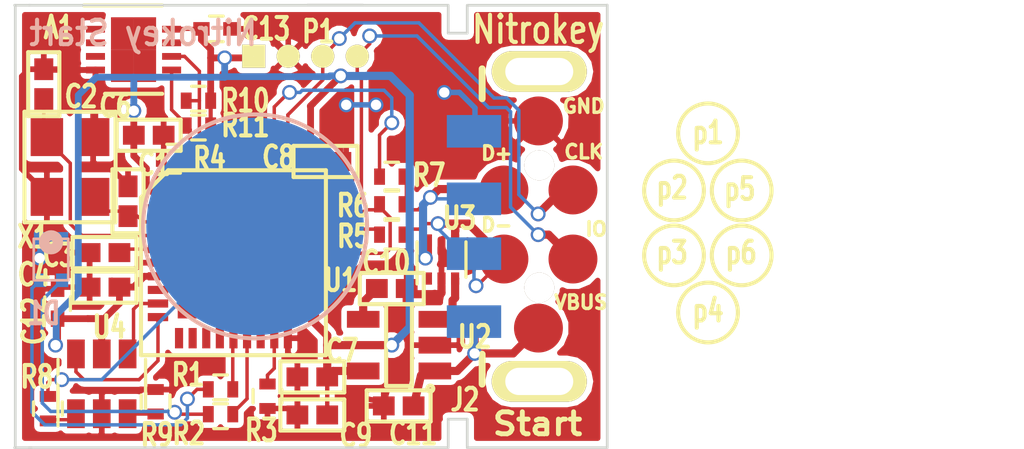
<source format=kicad_pcb>
(kicad_pcb (version 4) (host pcbnew 4.0.7)

  (general
    (links 88)
    (no_connects 0)
    (area 112.087178 89.49914 152.050111 108.44366)
    (thickness 1)
    (drawings 30)
    (tracks 444)
    (zones 0)
    (modules 39)
    (nets 28)
  )

  (page A4)
  (title_block
    (title "Nitrokey Pro")
    (date "27 apr 2015")
    (rev R1)
  )

  (layers
    (0 Front signal)
    (31 Back signal)
    (32 B.Adhes user)
    (33 F.Adhes user)
    (34 B.Paste user)
    (35 F.Paste user)
    (36 B.SilkS user hide)
    (37 F.SilkS user hide)
    (38 B.Mask user)
    (39 F.Mask user)
    (40 Dwgs.User user hide)
    (41 Cmts.User user hide)
    (42 Eco1.User user hide)
    (43 Eco2.User user hide)
    (44 Edge.Cuts user)
  )

  (setup
    (last_trace_width 0.127)
    (trace_clearance 0.127)
    (zone_clearance 0.15)
    (zone_45_only no)
    (trace_min 0.127)
    (segment_width 0.15)
    (edge_width 0.09906)
    (via_size 0.5461)
    (via_drill 0.381)
    (via_min_size 0.5461)
    (via_min_drill 0.381)
    (uvia_size 0.50038)
    (uvia_drill 0.14986)
    (uvias_allowed no)
    (uvia_min_size 0.50038)
    (uvia_min_drill 0.14986)
    (pcb_text_width 0.3048)
    (pcb_text_size 1 2)
    (mod_edge_width 0.09906)
    (mod_text_size 0.6 0.8)
    (mod_text_width 0.15)
    (pad_size 2 2)
    (pad_drill 0)
    (pad_to_mask_clearance 0.05)
    (pad_to_paste_clearance_ratio -0.1)
    (aux_axis_origin 127 98.9965)
    (visible_elements 7FFECE1F)
    (pcbplotparams
      (layerselection 0x010fc_80000001)
      (usegerberextensions true)
      (excludeedgelayer true)
      (linewidth 0.150000)
      (plotframeref false)
      (viasonmask false)
      (mode 1)
      (useauxorigin true)
      (hpglpennumber 1)
      (hpglpenspeed 20)
      (hpglpendiameter 15)
      (hpglpenoverlay 0)
      (psnegative false)
      (psa4output false)
      (plotreference true)
      (plotvalue true)
      (plotinvisibletext false)
      (padsonsilk false)
      (subtractmaskfromsilk false)
      (outputformat 1)
      (mirror false)
      (drillshape 0)
      (scaleselection 1)
      (outputdirectory ../fabrication/))
  )

  (net 0 "")
  (net 1 +3.3V)
  (net 2 /BOOT0)
  (net 3 /BOOT1)
  (net 4 /D+)
  (net 5 /D+_PLUG)
  (net 6 /D-)
  (net 7 /D-_PLUG)
  (net 8 /NRST)
  (net 9 /OSC_IN)
  (net 10 /OSC_OUT)
  (net 11 /SWCLK)
  (net 12 /SWDIO)
  (net 13 /USB_EN)
  (net 14 /VBUS)
  (net 15 GND)
  (net 16 "Net-(C10-Pad1)")
  (net 17 "Net-(D1-Pad1)")
  (net 18 "Net-(D1-Pad4)")
  (net 19 "Net-(R1-Pad2)")
  (net 20 "Net-(R2-Pad2)")
  (net 21 "Net-(R9-Pad1)")
  (net 22 /BUTTON)
  (net 23 /BUTTON_RST)
  (net 24 /I2C1_SCL)
  (net 25 /I2C1_SDA)
  (net 26 "Net-(R8-Pad2)")
  (net 27 "Net-(P2-Pad1)")

  (net_class Default "This is the default net class."
    (clearance 0.127)
    (trace_width 0.127)
    (via_dia 0.5461)
    (via_drill 0.381)
    (uvia_dia 0.50038)
    (uvia_drill 0.14986)
    (add_net /BOOT0)
    (add_net /BOOT1)
    (add_net /BUTTON)
    (add_net /BUTTON_RST)
    (add_net /D+)
    (add_net /D+_PLUG)
    (add_net /D-)
    (add_net /D-_PLUG)
    (add_net /I2C1_SCL)
    (add_net /I2C1_SDA)
    (add_net /NRST)
    (add_net /OSC_IN)
    (add_net /OSC_OUT)
    (add_net /SWCLK)
    (add_net /SWDIO)
    (add_net /USB_EN)
    (add_net /VBUS)
    (add_net "Net-(C10-Pad1)")
    (add_net "Net-(D1-Pad1)")
    (add_net "Net-(D1-Pad4)")
    (add_net "Net-(P2-Pad1)")
    (add_net "Net-(R1-Pad2)")
    (add_net "Net-(R2-Pad2)")
    (add_net "Net-(R8-Pad2)")
    (add_net "Net-(R9-Pad1)")
  )

  (net_class GND ""
    (clearance 0.20066)
    (trace_width 0.20066)
    (via_dia 0.5461)
    (via_drill 0.381)
    (uvia_dia 0.50038)
    (uvia_drill 0.14986)
    (add_net GND)
  )

  (net_class VBUS ""
    (clearance 0.20066)
    (trace_width 0.20066)
    (via_dia 0.8001)
    (via_drill 0.59944)
    (uvia_dia 0.50038)
    (uvia_drill 0.14986)
  )

  (net_class VDD ""
    (clearance 0.1524)
    (trace_width 0.25)
    (via_dia 0.5461)
    (via_drill 0.381)
    (uvia_dia 0.50038)
    (uvia_drill 0.14986)
    (add_net +3.3V)
  )

  (module Resistors_SMD:R_0402 (layer Front) (tedit 5B391D76) (tstamp 4E3F9814)
    (at 122.2756 105.0036)
    (descr "Resistor SMD 0402, reflow soldering, Vishay (see dcrcw.pdf)")
    (tags "resistor 0402")
    (path /4E2D766E)
    (attr smd)
    (fp_text reference R1 (at -1.1938 -0.5334) (layer F.SilkS)
      (effects (font (size 0.8 0.6) (thickness 0.15)))
    )
    (fp_text value 510 (at 0 1.45) (layer F.Fab)
      (effects (font (size 1 1) (thickness 0.15)))
    )
    (fp_text user %R (at 0 -1.35) (layer F.Fab)
      (effects (font (size 1 1) (thickness 0.15)))
    )
    (fp_line (start -0.5 0.25) (end -0.5 -0.25) (layer F.Fab) (width 0.1))
    (fp_line (start 0.5 0.25) (end -0.5 0.25) (layer F.Fab) (width 0.1))
    (fp_line (start 0.5 -0.25) (end 0.5 0.25) (layer F.Fab) (width 0.1))
    (fp_line (start -0.5 -0.25) (end 0.5 -0.25) (layer F.Fab) (width 0.1))
    (fp_line (start 0.25 -0.53) (end -0.25 -0.53) (layer F.SilkS) (width 0.12))
    (fp_line (start -0.25 0.53) (end 0.25 0.53) (layer F.SilkS) (width 0.12))
    (fp_line (start -0.8 -0.45) (end 0.8 -0.45) (layer F.CrtYd) (width 0.05))
    (fp_line (start -0.8 -0.45) (end -0.8 0.45) (layer F.CrtYd) (width 0.05))
    (fp_line (start 0.8 0.45) (end 0.8 -0.45) (layer F.CrtYd) (width 0.05))
    (fp_line (start 0.8 0.45) (end -0.8 0.45) (layer F.CrtYd) (width 0.05))
    (pad 1 smd rect (at -0.45 0) (size 0.4 0.6) (layers Front F.Paste F.Mask)
      (net 17 "Net-(D1-Pad1)"))
    (pad 2 smd rect (at 0.45 0) (size 0.4 0.6) (layers Front F.Paste F.Mask)
      (net 19 "Net-(R1-Pad2)"))
    (model ${KISYS3DMOD}/Resistors_SMD.3dshapes/R_0402.wrl
      (at (xyz 0 0 0))
      (scale (xyz 1 1 1))
      (rotate (xyz 0 0 0))
    )
  )

  (module Resistors_SMD:R_0402 (layer Front) (tedit 5B391DBC) (tstamp 5155A840)
    (at 124.0028 105.2576 90)
    (descr "Resistor SMD 0402, reflow soldering, Vishay (see dcrcw.pdf)")
    (tags "resistor 0402")
    (path /5155A7EA)
    (attr smd)
    (fp_text reference R3 (at -1.2573 -0.2286 180) (layer F.SilkS)
      (effects (font (size 0.8 0.6) (thickness 0.15)))
    )
    (fp_text value 10k (at 0 1.45 90) (layer F.Fab)
      (effects (font (size 1 1) (thickness 0.15)))
    )
    (fp_text user %R (at 0 -1.35 90) (layer F.Fab)
      (effects (font (size 1 1) (thickness 0.15)))
    )
    (fp_line (start -0.5 0.25) (end -0.5 -0.25) (layer F.Fab) (width 0.1))
    (fp_line (start 0.5 0.25) (end -0.5 0.25) (layer F.Fab) (width 0.1))
    (fp_line (start 0.5 -0.25) (end 0.5 0.25) (layer F.Fab) (width 0.1))
    (fp_line (start -0.5 -0.25) (end 0.5 -0.25) (layer F.Fab) (width 0.1))
    (fp_line (start 0.25 -0.53) (end -0.25 -0.53) (layer F.SilkS) (width 0.12))
    (fp_line (start -0.25 0.53) (end 0.25 0.53) (layer F.SilkS) (width 0.12))
    (fp_line (start -0.8 -0.45) (end 0.8 -0.45) (layer F.CrtYd) (width 0.05))
    (fp_line (start -0.8 -0.45) (end -0.8 0.45) (layer F.CrtYd) (width 0.05))
    (fp_line (start 0.8 0.45) (end 0.8 -0.45) (layer F.CrtYd) (width 0.05))
    (fp_line (start 0.8 0.45) (end -0.8 0.45) (layer F.CrtYd) (width 0.05))
    (pad 1 smd rect (at -0.45 0 90) (size 0.4 0.6) (layers Front F.Paste F.Mask)
      (net 15 GND))
    (pad 2 smd rect (at 0.45 0 90) (size 0.4 0.6) (layers Front F.Paste F.Mask)
      (net 3 /BOOT1))
    (model ${KISYS3DMOD}/Resistors_SMD.3dshapes/R_0402.wrl
      (at (xyz 0 0 0))
      (scale (xyz 1 1 1))
      (rotate (xyz 0 0 0))
    )
  )

  (module Resistors_SMD:R_0402 (layer Front) (tedit 5B391D7B) (tstamp 4F4DE85D)
    (at 122.2756 105.918)
    (descr "Resistor SMD 0402, reflow soldering, Vishay (see dcrcw.pdf)")
    (tags "resistor 0402")
    (path /4F801E05)
    (attr smd)
    (fp_text reference R2 (at -1.1684 0.7112 180) (layer F.SilkS)
      (effects (font (size 0.8 0.6) (thickness 0.15)))
    )
    (fp_text value 510 (at 0 1.45) (layer F.Fab)
      (effects (font (size 1 1) (thickness 0.15)))
    )
    (fp_text user %R (at 0 -1.35) (layer F.Fab)
      (effects (font (size 1 1) (thickness 0.15)))
    )
    (fp_line (start -0.5 0.25) (end -0.5 -0.25) (layer F.Fab) (width 0.1))
    (fp_line (start 0.5 0.25) (end -0.5 0.25) (layer F.Fab) (width 0.1))
    (fp_line (start 0.5 -0.25) (end 0.5 0.25) (layer F.Fab) (width 0.1))
    (fp_line (start -0.5 -0.25) (end 0.5 -0.25) (layer F.Fab) (width 0.1))
    (fp_line (start 0.25 -0.53) (end -0.25 -0.53) (layer F.SilkS) (width 0.12))
    (fp_line (start -0.25 0.53) (end 0.25 0.53) (layer F.SilkS) (width 0.12))
    (fp_line (start -0.8 -0.45) (end 0.8 -0.45) (layer F.CrtYd) (width 0.05))
    (fp_line (start -0.8 -0.45) (end -0.8 0.45) (layer F.CrtYd) (width 0.05))
    (fp_line (start 0.8 0.45) (end 0.8 -0.45) (layer F.CrtYd) (width 0.05))
    (fp_line (start 0.8 0.45) (end -0.8 0.45) (layer F.CrtYd) (width 0.05))
    (pad 1 smd rect (at -0.45 0) (size 0.4 0.6) (layers Front F.Paste F.Mask)
      (net 18 "Net-(D1-Pad4)"))
    (pad 2 smd rect (at 0.45 0) (size 0.4 0.6) (layers Front F.Paste F.Mask)
      (net 20 "Net-(R2-Pad2)"))
    (model ${KISYS3DMOD}/Resistors_SMD.3dshapes/R_0402.wrl
      (at (xyz 0 0 0))
      (scale (xyz 1 1 1))
      (rotate (xyz 0 0 0))
    )
  )

  (module Resistors_SMD:R_0402 (layer Front) (tedit 5B391E0A) (tstamp 530CE993)
    (at 120.5484 96.52 180)
    (descr "Resistor SMD 0402, reflow soldering, Vishay (see dcrcw.pdf)")
    (tags "resistor 0402")
    (path /530CE60F)
    (attr smd)
    (fp_text reference R4 (at -1.3208 0 180) (layer F.SilkS)
      (effects (font (size 0.8 0.6) (thickness 0.15)))
    )
    (fp_text value 10k (at 0 1.45 180) (layer F.Fab)
      (effects (font (size 1 1) (thickness 0.15)))
    )
    (fp_text user %R (at 0 -1.35 180) (layer F.Fab)
      (effects (font (size 1 1) (thickness 0.15)))
    )
    (fp_line (start -0.5 0.25) (end -0.5 -0.25) (layer F.Fab) (width 0.1))
    (fp_line (start 0.5 0.25) (end -0.5 0.25) (layer F.Fab) (width 0.1))
    (fp_line (start 0.5 -0.25) (end 0.5 0.25) (layer F.Fab) (width 0.1))
    (fp_line (start -0.5 -0.25) (end 0.5 -0.25) (layer F.Fab) (width 0.1))
    (fp_line (start 0.25 -0.53) (end -0.25 -0.53) (layer F.SilkS) (width 0.12))
    (fp_line (start -0.25 0.53) (end 0.25 0.53) (layer F.SilkS) (width 0.12))
    (fp_line (start -0.8 -0.45) (end 0.8 -0.45) (layer F.CrtYd) (width 0.05))
    (fp_line (start -0.8 -0.45) (end -0.8 0.45) (layer F.CrtYd) (width 0.05))
    (fp_line (start 0.8 0.45) (end 0.8 -0.45) (layer F.CrtYd) (width 0.05))
    (fp_line (start 0.8 0.45) (end -0.8 0.45) (layer F.CrtYd) (width 0.05))
    (pad 1 smd rect (at -0.45 0 180) (size 0.4 0.6) (layers Front F.Paste F.Mask)
      (net 2 /BOOT0))
    (pad 2 smd rect (at 0.45 0 180) (size 0.4 0.6) (layers Front F.Paste F.Mask)
      (net 15 GND))
    (model ${KISYS3DMOD}/Resistors_SMD.3dshapes/R_0402.wrl
      (at (xyz 0 0 0))
      (scale (xyz 1 1 1))
      (rotate (xyz 0 0 0))
    )
  )

  (module Resistors_SMD:R_0402 (layer Front) (tedit 5B391CF4) (tstamp 5AC2CD4C)
    (at 128.5748 98.1964)
    (descr "Resistor SMD 0402, reflow soldering, Vishay (see dcrcw.pdf)")
    (tags "resistor 0402")
    (path /5AC33351)
    (attr smd)
    (fp_text reference R6 (at -1.4224 0.0508) (layer F.SilkS)
      (effects (font (size 0.8 0.6) (thickness 0.15)))
    )
    (fp_text value 22 (at 0 1.45) (layer F.Fab)
      (effects (font (size 1 1) (thickness 0.15)))
    )
    (fp_text user %R (at 0 -1.35) (layer F.Fab)
      (effects (font (size 1 1) (thickness 0.15)))
    )
    (fp_line (start -0.5 0.25) (end -0.5 -0.25) (layer F.Fab) (width 0.1))
    (fp_line (start 0.5 0.25) (end -0.5 0.25) (layer F.Fab) (width 0.1))
    (fp_line (start 0.5 -0.25) (end 0.5 0.25) (layer F.Fab) (width 0.1))
    (fp_line (start -0.5 -0.25) (end 0.5 -0.25) (layer F.Fab) (width 0.1))
    (fp_line (start 0.25 -0.53) (end -0.25 -0.53) (layer F.SilkS) (width 0.12))
    (fp_line (start -0.25 0.53) (end 0.25 0.53) (layer F.SilkS) (width 0.12))
    (fp_line (start -0.8 -0.45) (end 0.8 -0.45) (layer F.CrtYd) (width 0.05))
    (fp_line (start -0.8 -0.45) (end -0.8 0.45) (layer F.CrtYd) (width 0.05))
    (fp_line (start 0.8 0.45) (end 0.8 -0.45) (layer F.CrtYd) (width 0.05))
    (fp_line (start 0.8 0.45) (end -0.8 0.45) (layer F.CrtYd) (width 0.05))
    (pad 1 smd rect (at -0.45 0) (size 0.4 0.6) (layers Front F.Paste F.Mask)
      (net 4 /D+))
    (pad 2 smd rect (at 0.45 0) (size 0.4 0.6) (layers Front F.Paste F.Mask)
      (net 5 /D+_PLUG))
    (model ${KISYS3DMOD}/Resistors_SMD.3dshapes/R_0402.wrl
      (at (xyz 0 0 0))
      (scale (xyz 1 1 1))
      (rotate (xyz 0 0 0))
    )
  )

  (module Resistors_SMD:R_0402 (layer Front) (tedit 5B391CF9) (tstamp 5AC2CD5C)
    (at 128.5748 97.1804)
    (descr "Resistor SMD 0402, reflow soldering, Vishay (see dcrcw.pdf)")
    (tags "resistor 0402")
    (path /5AC2E2C8)
    (attr smd)
    (fp_text reference R7 (at 1.3716 -0.0508) (layer F.SilkS)
      (effects (font (size 0.8 0.6) (thickness 0.15)))
    )
    (fp_text value 1.5k (at 0 1.45) (layer F.Fab)
      (effects (font (size 1 1) (thickness 0.15)))
    )
    (fp_text user %R (at 0 -1.35) (layer F.Fab)
      (effects (font (size 1 1) (thickness 0.15)))
    )
    (fp_line (start -0.5 0.25) (end -0.5 -0.25) (layer F.Fab) (width 0.1))
    (fp_line (start 0.5 0.25) (end -0.5 0.25) (layer F.Fab) (width 0.1))
    (fp_line (start 0.5 -0.25) (end 0.5 0.25) (layer F.Fab) (width 0.1))
    (fp_line (start -0.5 -0.25) (end 0.5 -0.25) (layer F.Fab) (width 0.1))
    (fp_line (start 0.25 -0.53) (end -0.25 -0.53) (layer F.SilkS) (width 0.12))
    (fp_line (start -0.25 0.53) (end 0.25 0.53) (layer F.SilkS) (width 0.12))
    (fp_line (start -0.8 -0.45) (end 0.8 -0.45) (layer F.CrtYd) (width 0.05))
    (fp_line (start -0.8 -0.45) (end -0.8 0.45) (layer F.CrtYd) (width 0.05))
    (fp_line (start 0.8 0.45) (end 0.8 -0.45) (layer F.CrtYd) (width 0.05))
    (fp_line (start 0.8 0.45) (end -0.8 0.45) (layer F.CrtYd) (width 0.05))
    (pad 1 smd rect (at -0.45 0) (size 0.4 0.6) (layers Front F.Paste F.Mask)
      (net 13 /USB_EN))
    (pad 2 smd rect (at 0.45 0) (size 0.4 0.6) (layers Front F.Paste F.Mask)
      (net 5 /D+_PLUG))
    (model ${KISYS3DMOD}/Resistors_SMD.3dshapes/R_0402.wrl
      (at (xyz 0 0 0))
      (scale (xyz 1 1 1))
      (rotate (xyz 0 0 0))
    )
  )

  (module Resistors_SMD:R_0402 (layer Front) (tedit 5B391CEF) (tstamp 5AC2D306)
    (at 128.5748 99.314)
    (descr "Resistor SMD 0402, reflow soldering, Vishay (see dcrcw.pdf)")
    (tags "resistor 0402")
    (path /5AC2D946)
    (attr smd)
    (fp_text reference R5 (at -1.409827 0.063373) (layer F.SilkS)
      (effects (font (size 0.8 0.6) (thickness 0.15)))
    )
    (fp_text value 22 (at 0 1.45) (layer F.Fab)
      (effects (font (size 1 1) (thickness 0.15)))
    )
    (fp_text user %R (at 0 -1.35) (layer F.Fab)
      (effects (font (size 1 1) (thickness 0.15)))
    )
    (fp_line (start -0.5 0.25) (end -0.5 -0.25) (layer F.Fab) (width 0.1))
    (fp_line (start 0.5 0.25) (end -0.5 0.25) (layer F.Fab) (width 0.1))
    (fp_line (start 0.5 -0.25) (end 0.5 0.25) (layer F.Fab) (width 0.1))
    (fp_line (start -0.5 -0.25) (end 0.5 -0.25) (layer F.Fab) (width 0.1))
    (fp_line (start 0.25 -0.53) (end -0.25 -0.53) (layer F.SilkS) (width 0.12))
    (fp_line (start -0.25 0.53) (end 0.25 0.53) (layer F.SilkS) (width 0.12))
    (fp_line (start -0.8 -0.45) (end 0.8 -0.45) (layer F.CrtYd) (width 0.05))
    (fp_line (start -0.8 -0.45) (end -0.8 0.45) (layer F.CrtYd) (width 0.05))
    (fp_line (start 0.8 0.45) (end 0.8 -0.45) (layer F.CrtYd) (width 0.05))
    (fp_line (start 0.8 0.45) (end -0.8 0.45) (layer F.CrtYd) (width 0.05))
    (pad 1 smd rect (at -0.45 0) (size 0.4 0.6) (layers Front F.Paste F.Mask)
      (net 6 /D-))
    (pad 2 smd rect (at 0.45 0) (size 0.4 0.6) (layers Front F.Paste F.Mask)
      (net 7 /D-_PLUG))
    (model ${KISYS3DMOD}/Resistors_SMD.3dshapes/R_0402.wrl
      (at (xyz 0 0 0))
      (scale (xyz 1 1 1))
      (rotate (xyz 0 0 0))
    )
  )

  (module Resistors_SMD:R_0402 (layer Front) (tedit 5B391D39) (tstamp 5B381694)
    (at 115.9256 105.7148 270)
    (descr "Resistor SMD 0402, reflow soldering, Vishay (see dcrcw.pdf)")
    (tags "resistor 0402")
    (path /5B381DC6)
    (attr smd)
    (fp_text reference R8 (at -1.1684 0.4064 360) (layer F.SilkS)
      (effects (font (size 0.8 0.6) (thickness 0.15)))
    )
    (fp_text value 4.7k (at 0 1.45 270) (layer F.Fab)
      (effects (font (size 1 1) (thickness 0.15)))
    )
    (fp_text user %R (at 0 -1.35 270) (layer F.Fab)
      (effects (font (size 1 1) (thickness 0.15)))
    )
    (fp_line (start -0.5 0.25) (end -0.5 -0.25) (layer F.Fab) (width 0.1))
    (fp_line (start 0.5 0.25) (end -0.5 0.25) (layer F.Fab) (width 0.1))
    (fp_line (start 0.5 -0.25) (end 0.5 0.25) (layer F.Fab) (width 0.1))
    (fp_line (start -0.5 -0.25) (end 0.5 -0.25) (layer F.Fab) (width 0.1))
    (fp_line (start 0.25 -0.53) (end -0.25 -0.53) (layer F.SilkS) (width 0.12))
    (fp_line (start -0.25 0.53) (end 0.25 0.53) (layer F.SilkS) (width 0.12))
    (fp_line (start -0.8 -0.45) (end 0.8 -0.45) (layer F.CrtYd) (width 0.05))
    (fp_line (start -0.8 -0.45) (end -0.8 0.45) (layer F.CrtYd) (width 0.05))
    (fp_line (start 0.8 0.45) (end 0.8 -0.45) (layer F.CrtYd) (width 0.05))
    (fp_line (start 0.8 0.45) (end -0.8 0.45) (layer F.CrtYd) (width 0.05))
    (pad 1 smd rect (at -0.45 0 270) (size 0.4 0.6) (layers Front F.Paste F.Mask)
      (net 27 "Net-(P2-Pad1)"))
    (pad 2 smd rect (at 0.45 0 270) (size 0.4 0.6) (layers Front F.Paste F.Mask)
      (net 26 "Net-(R8-Pad2)"))
    (model ${KISYS3DMOD}/Resistors_SMD.3dshapes/R_0402.wrl
      (at (xyz 0 0 0))
      (scale (xyz 1 1 1))
      (rotate (xyz 0 0 0))
    )
  )

  (module Resistors_SMD:R_0402 (layer Front) (tedit 5B391D49) (tstamp 5B3816A4)
    (at 119.888 105.4608 90)
    (descr "Resistor SMD 0402, reflow soldering, Vishay (see dcrcw.pdf)")
    (tags "resistor 0402")
    (path /5B382048)
    (attr smd)
    (fp_text reference R9 (at -1.2192 0.0508 360) (layer F.SilkS)
      (effects (font (size 0.8 0.6) (thickness 0.15)))
    )
    (fp_text value 10k (at 0 1.45 90) (layer F.Fab)
      (effects (font (size 1 1) (thickness 0.15)))
    )
    (fp_text user %R (at 0 -1.35 90) (layer F.Fab)
      (effects (font (size 1 1) (thickness 0.15)))
    )
    (fp_line (start -0.5 0.25) (end -0.5 -0.25) (layer F.Fab) (width 0.1))
    (fp_line (start 0.5 0.25) (end -0.5 0.25) (layer F.Fab) (width 0.1))
    (fp_line (start 0.5 -0.25) (end 0.5 0.25) (layer F.Fab) (width 0.1))
    (fp_line (start -0.5 -0.25) (end 0.5 -0.25) (layer F.Fab) (width 0.1))
    (fp_line (start 0.25 -0.53) (end -0.25 -0.53) (layer F.SilkS) (width 0.12))
    (fp_line (start -0.25 0.53) (end 0.25 0.53) (layer F.SilkS) (width 0.12))
    (fp_line (start -0.8 -0.45) (end 0.8 -0.45) (layer F.CrtYd) (width 0.05))
    (fp_line (start -0.8 -0.45) (end -0.8 0.45) (layer F.CrtYd) (width 0.05))
    (fp_line (start 0.8 0.45) (end 0.8 -0.45) (layer F.CrtYd) (width 0.05))
    (fp_line (start 0.8 0.45) (end -0.8 0.45) (layer F.CrtYd) (width 0.05))
    (pad 1 smd rect (at -0.45 0 90) (size 0.4 0.6) (layers Front F.Paste F.Mask)
      (net 21 "Net-(R9-Pad1)"))
    (pad 2 smd rect (at 0.45 0 90) (size 0.4 0.6) (layers Front F.Paste F.Mask)
      (net 15 GND))
    (model ${KISYS3DMOD}/Resistors_SMD.3dshapes/R_0402.wrl
      (at (xyz 0 0 0))
      (scale (xyz 1 1 1))
      (rotate (xyz 0 0 0))
    )
  )

  (module Resistors_SMD:R_0402 (layer Front) (tedit 5B391DFA) (tstamp 5B38B997)
    (at 121.4628 94.3864 180)
    (descr "Resistor SMD 0402, reflow soldering, Vishay (see dcrcw.pdf)")
    (tags "resistor 0402")
    (path /5B393036)
    (attr smd)
    (fp_text reference R10 (at -1.7272 0 180) (layer F.SilkS)
      (effects (font (size 0.8 0.6) (thickness 0.15)))
    )
    (fp_text value 10k (at 0 1.45 180) (layer F.Fab)
      (effects (font (size 1 1) (thickness 0.15)))
    )
    (fp_text user %R (at 0 -1.35 180) (layer F.Fab)
      (effects (font (size 1 1) (thickness 0.15)))
    )
    (fp_line (start -0.5 0.25) (end -0.5 -0.25) (layer F.Fab) (width 0.1))
    (fp_line (start 0.5 0.25) (end -0.5 0.25) (layer F.Fab) (width 0.1))
    (fp_line (start 0.5 -0.25) (end 0.5 0.25) (layer F.Fab) (width 0.1))
    (fp_line (start -0.5 -0.25) (end 0.5 -0.25) (layer F.Fab) (width 0.1))
    (fp_line (start 0.25 -0.53) (end -0.25 -0.53) (layer F.SilkS) (width 0.12))
    (fp_line (start -0.25 0.53) (end 0.25 0.53) (layer F.SilkS) (width 0.12))
    (fp_line (start -0.8 -0.45) (end 0.8 -0.45) (layer F.CrtYd) (width 0.05))
    (fp_line (start -0.8 -0.45) (end -0.8 0.45) (layer F.CrtYd) (width 0.05))
    (fp_line (start 0.8 0.45) (end 0.8 -0.45) (layer F.CrtYd) (width 0.05))
    (fp_line (start 0.8 0.45) (end -0.8 0.45) (layer F.CrtYd) (width 0.05))
    (pad 1 smd rect (at -0.45 0 180) (size 0.4 0.6) (layers Front F.Paste F.Mask)
      (net 1 +3.3V))
    (pad 2 smd rect (at 0.45 0 180) (size 0.4 0.6) (layers Front F.Paste F.Mask)
      (net 24 /I2C1_SCL))
    (model ${KISYS3DMOD}/Resistors_SMD.3dshapes/R_0402.wrl
      (at (xyz 0 0 0))
      (scale (xyz 1 1 1))
      (rotate (xyz 0 0 0))
    )
  )

  (module Resistors_SMD:R_0402 (layer Front) (tedit 5B391DFF) (tstamp 5B38B9A7)
    (at 121.4628 95.3008 180)
    (descr "Resistor SMD 0402, reflow soldering, Vishay (see dcrcw.pdf)")
    (tags "resistor 0402")
    (path /5B393FF5)
    (attr smd)
    (fp_text reference R11 (at -1.7272 0 180) (layer F.SilkS)
      (effects (font (size 0.8 0.6) (thickness 0.15)))
    )
    (fp_text value 10k (at 0 1.45 180) (layer F.Fab)
      (effects (font (size 1 1) (thickness 0.15)))
    )
    (fp_text user %R (at 0 -1.35 180) (layer F.Fab)
      (effects (font (size 1 1) (thickness 0.15)))
    )
    (fp_line (start -0.5 0.25) (end -0.5 -0.25) (layer F.Fab) (width 0.1))
    (fp_line (start 0.5 0.25) (end -0.5 0.25) (layer F.Fab) (width 0.1))
    (fp_line (start 0.5 -0.25) (end 0.5 0.25) (layer F.Fab) (width 0.1))
    (fp_line (start -0.5 -0.25) (end 0.5 -0.25) (layer F.Fab) (width 0.1))
    (fp_line (start 0.25 -0.53) (end -0.25 -0.53) (layer F.SilkS) (width 0.12))
    (fp_line (start -0.25 0.53) (end 0.25 0.53) (layer F.SilkS) (width 0.12))
    (fp_line (start -0.8 -0.45) (end 0.8 -0.45) (layer F.CrtYd) (width 0.05))
    (fp_line (start -0.8 -0.45) (end -0.8 0.45) (layer F.CrtYd) (width 0.05))
    (fp_line (start 0.8 0.45) (end 0.8 -0.45) (layer F.CrtYd) (width 0.05))
    (fp_line (start 0.8 0.45) (end -0.8 0.45) (layer F.CrtYd) (width 0.05))
    (pad 1 smd rect (at -0.45 0 180) (size 0.4 0.6) (layers Front F.Paste F.Mask)
      (net 1 +3.3V))
    (pad 2 smd rect (at 0.45 0 180) (size 0.4 0.6) (layers Front F.Paste F.Mask)
      (net 25 /I2C1_SDA))
    (model ${KISYS3DMOD}/Resistors_SMD.3dshapes/R_0402.wrl
      (at (xyz 0 0 0))
      (scale (xyz 1 1 1))
      (rotate (xyz 0 0 0))
    )
  )

  (module C_0402 (layer Front) (tedit 5B391E38) (tstamp 5B38B7C9)
    (at 116.2812 101.854 90)
    (descr "Capacitor SMD 0402, reflow soldering, AVX (see smccp.pdf)")
    (tags "capacitor 0402")
    (path /5B384D84)
    (attr smd)
    (fp_text reference C12 (at -0.635 -0.8636 270) (layer F.SilkS)
      (effects (font (size 0.8 0.6) (thickness 0.15)))
    )
    (fp_text value 0.1uF (at 0 1.27 90) (layer F.Fab)
      (effects (font (size 1 1) (thickness 0.15)))
    )
    (fp_text user %R (at 0 -1.27 90) (layer F.Fab)
      (effects (font (size 1 1) (thickness 0.15)))
    )
    (fp_line (start -0.5 0.25) (end -0.5 -0.25) (layer F.Fab) (width 0.1))
    (fp_line (start 0.5 0.25) (end -0.5 0.25) (layer F.Fab) (width 0.1))
    (fp_line (start 0.5 -0.25) (end 0.5 0.25) (layer F.Fab) (width 0.1))
    (fp_line (start -0.5 -0.25) (end 0.5 -0.25) (layer F.Fab) (width 0.1))
    (fp_line (start 0.25 -0.47) (end -0.25 -0.47) (layer F.SilkS) (width 0.12))
    (fp_line (start -0.25 0.47) (end 0.25 0.47) (layer F.SilkS) (width 0.12))
    (fp_line (start -1 -0.4) (end 1 -0.4) (layer F.CrtYd) (width 0.05))
    (fp_line (start -1 -0.4) (end -1 0.4) (layer F.CrtYd) (width 0.05))
    (fp_line (start 1 0.4) (end 1 -0.4) (layer F.CrtYd) (width 0.05))
    (fp_line (start 1 0.4) (end -1 0.4) (layer F.CrtYd) (width 0.05))
    (pad 1 smd rect (at -0.55 0 90) (size 0.6 0.5) (layers Front F.Paste F.Mask)
      (net 1 +3.3V))
    (pad 2 smd rect (at 0.55 0 90) (size 0.6 0.5) (layers Front F.Paste F.Mask)
      (net 15 GND))
    (model Capacitors_SMD.3dshapes/C_0402.wrl
      (at (xyz 0 0 0))
      (scale (xyz 1 1 1))
      (rotate (xyz 0 0 0))
    )
  )

  (module Housings_DFN_QFN:DFN-8-1EP_3x3mm_Pitch0.5mm (layer Front) (tedit 5B391C6D) (tstamp 5B38B7A8)
    (at 119.0752 92.5068)
    (descr "DD Package; 8-Lead Plastic DFN (3mm x 3mm) (see Linear Technology DFN_8_05-08-1698.pdf)")
    (tags "DFN 0.5")
    (path /5B38699F)
    (attr smd)
    (fp_text reference A1 (at -2.7432 -0.8128) (layer F.SilkS)
      (effects (font (size 0.8 0.6) (thickness 0.15)))
    )
    (fp_text value ATECC508A (at 0 2.55) (layer F.Fab)
      (effects (font (size 1 1) (thickness 0.15)))
    )
    (fp_line (start -0.5 -1.5) (end 1.5 -1.5) (layer F.Fab) (width 0.15))
    (fp_line (start 1.5 -1.5) (end 1.5 1.5) (layer F.Fab) (width 0.15))
    (fp_line (start 1.5 1.5) (end -1.5 1.5) (layer F.Fab) (width 0.15))
    (fp_line (start -1.5 1.5) (end -1.5 -0.5) (layer F.Fab) (width 0.15))
    (fp_line (start -1.5 -0.5) (end -0.5 -1.5) (layer F.Fab) (width 0.15))
    (fp_line (start -2 -1.8) (end -2 1.8) (layer F.CrtYd) (width 0.05))
    (fp_line (start 2 -1.8) (end 2 1.8) (layer F.CrtYd) (width 0.05))
    (fp_line (start -2 -1.8) (end 2 -1.8) (layer F.CrtYd) (width 0.05))
    (fp_line (start -2 1.8) (end 2 1.8) (layer F.CrtYd) (width 0.05))
    (fp_line (start -1.05 1.625) (end 1.05 1.625) (layer F.SilkS) (width 0.15))
    (fp_line (start -1.825 -1.625) (end 1.05 -1.625) (layer F.SilkS) (width 0.15))
    (pad 1 smd rect (at -1.4 -0.75) (size 0.7 0.25) (layers Front F.Paste F.Mask))
    (pad 2 smd rect (at -1.4 -0.25) (size 0.7 0.25) (layers Front F.Paste F.Mask))
    (pad 3 smd rect (at -1.4 0.25) (size 0.7 0.25) (layers Front F.Paste F.Mask))
    (pad 4 smd rect (at -1.4 0.75) (size 0.7 0.25) (layers Front F.Paste F.Mask)
      (net 15 GND))
    (pad 5 smd rect (at 1.4 0.75) (size 0.7 0.25) (layers Front F.Paste F.Mask)
      (net 25 /I2C1_SDA))
    (pad 6 smd rect (at 1.4 0.25) (size 0.7 0.25) (layers Front F.Paste F.Mask)
      (net 24 /I2C1_SCL))
    (pad 7 smd rect (at 1.4 -0.25) (size 0.7 0.25) (layers Front F.Paste F.Mask))
    (pad 8 smd rect (at 1.4 -0.75) (size 0.7 0.25) (layers Front F.Paste F.Mask)
      (net 1 +3.3V))
    (pad 9 smd rect (at 0.415 0.595) (size 0.83 1.19) (layers Front F.Paste F.Mask)
      (solder_paste_margin_ratio -0.2))
    (pad 9 smd rect (at 0.415 -0.595) (size 0.83 1.19) (layers Front F.Paste F.Mask)
      (solder_paste_margin_ratio -0.2))
    (pad 9 smd rect (at -0.415 0.595) (size 0.83 1.19) (layers Front F.Paste F.Mask)
      (solder_paste_margin_ratio -0.2))
    (pad 9 smd rect (at -0.415 -0.595) (size 0.83 1.19) (layers Front F.Paste F.Mask)
      (solder_paste_margin_ratio -0.2))
    (model ${KISYS3DMOD}/Housings_DFN_QFN.3dshapes/DFN-8-1EP_3x3mm_Pitch0.5mm.wrl
      (at (xyz 0 0 0))
      (scale (xyz 1 1 1))
      (rotate (xyz 0 0 0))
    )
  )

  (module TO_SOT_Packages_SMD:SOT-23-6 (layer Front) (tedit 5B391C9A) (tstamp 5B38B66F)
    (at 117.9068 104.8004 90)
    (descr "6-pin SOT-23 package")
    (tags SOT-23-6)
    (path /5B3819C0)
    (attr smd)
    (fp_text reference U4 (at 2.0828 0.2794 180) (layer F.SilkS)
      (effects (font (size 0.8 0.6) (thickness 0.15)))
    )
    (fp_text value MTCH101 (at 0 2.9 90) (layer F.Fab)
      (effects (font (size 1 1) (thickness 0.15)))
    )
    (fp_text user %R (at 0 0 180) (layer F.Fab)
      (effects (font (size 0.5 0.5) (thickness 0.075)))
    )
    (fp_line (start -0.9 1.61) (end 0.9 1.61) (layer F.SilkS) (width 0.12))
    (fp_line (start 0.9 -1.61) (end -1.55 -1.61) (layer F.SilkS) (width 0.12))
    (fp_line (start 1.9 -1.8) (end -1.9 -1.8) (layer F.CrtYd) (width 0.05))
    (fp_line (start 1.9 1.8) (end 1.9 -1.8) (layer F.CrtYd) (width 0.05))
    (fp_line (start -1.9 1.8) (end 1.9 1.8) (layer F.CrtYd) (width 0.05))
    (fp_line (start -1.9 -1.8) (end -1.9 1.8) (layer F.CrtYd) (width 0.05))
    (fp_line (start -0.9 -0.9) (end -0.25 -1.55) (layer F.Fab) (width 0.1))
    (fp_line (start 0.9 -1.55) (end -0.25 -1.55) (layer F.Fab) (width 0.1))
    (fp_line (start -0.9 -0.9) (end -0.9 1.55) (layer F.Fab) (width 0.1))
    (fp_line (start 0.9 1.55) (end -0.9 1.55) (layer F.Fab) (width 0.1))
    (fp_line (start 0.9 -1.55) (end 0.9 1.55) (layer F.Fab) (width 0.1))
    (pad 1 smd rect (at -1.1 -0.95 90) (size 1.06 0.65) (layers Front F.Paste F.Mask)
      (net 26 "Net-(R8-Pad2)"))
    (pad 2 smd rect (at -1.1 0 90) (size 1.06 0.65) (layers Front F.Paste F.Mask)
      (net 15 GND))
    (pad 3 smd rect (at -1.1 0.95 90) (size 1.06 0.65) (layers Front F.Paste F.Mask)
      (net 21 "Net-(R9-Pad1)"))
    (pad 4 smd rect (at 1.1 0.95 90) (size 1.06 0.65) (layers Front F.Paste F.Mask)
      (net 22 /BUTTON))
    (pad 6 smd rect (at 1.1 -0.95 90) (size 1.06 0.65) (layers Front F.Paste F.Mask)
      (net 23 /BUTTON_RST))
    (pad 5 smd rect (at 1.1 0 90) (size 1.06 0.65) (layers Front F.Paste F.Mask)
      (net 1 +3.3V))
    (model ${KISYS3DMOD}/TO_SOT_Packages_SMD.3dshapes/SOT-23-6.wrl
      (at (xyz 0 0 0))
      (scale (xyz 1 1 1))
      (rotate (xyz 0 0 0))
    )
  )

  (module Capacitors_SMD:C_0402 (layer Front) (tedit 5B391DE5) (tstamp 5B38B469)
    (at 122.1232 91.7448 180)
    (descr "Capacitor SMD 0402, reflow soldering, AVX (see smccp.pdf)")
    (tags "capacitor 0402")
    (path /5B387B3E)
    (attr smd)
    (fp_text reference C13 (at -1.8288 0 180) (layer F.SilkS)
      (effects (font (size 0.8 0.6) (thickness 0.15)))
    )
    (fp_text value 0.1uF (at 0 1.27 180) (layer F.Fab)
      (effects (font (size 1 1) (thickness 0.15)))
    )
    (fp_text user %R (at 0 -1.27 180) (layer F.Fab)
      (effects (font (size 1 1) (thickness 0.15)))
    )
    (fp_line (start -0.5 0.25) (end -0.5 -0.25) (layer F.Fab) (width 0.1))
    (fp_line (start 0.5 0.25) (end -0.5 0.25) (layer F.Fab) (width 0.1))
    (fp_line (start 0.5 -0.25) (end 0.5 0.25) (layer F.Fab) (width 0.1))
    (fp_line (start -0.5 -0.25) (end 0.5 -0.25) (layer F.Fab) (width 0.1))
    (fp_line (start 0.25 -0.47) (end -0.25 -0.47) (layer F.SilkS) (width 0.12))
    (fp_line (start -0.25 0.47) (end 0.25 0.47) (layer F.SilkS) (width 0.12))
    (fp_line (start -1 -0.4) (end 1 -0.4) (layer F.CrtYd) (width 0.05))
    (fp_line (start -1 -0.4) (end -1 0.4) (layer F.CrtYd) (width 0.05))
    (fp_line (start 1 0.4) (end 1 -0.4) (layer F.CrtYd) (width 0.05))
    (fp_line (start 1 0.4) (end -1 0.4) (layer F.CrtYd) (width 0.05))
    (pad 1 smd rect (at -0.55 0 180) (size 0.6 0.5) (layers Front F.Paste F.Mask)
      (net 15 GND))
    (pad 2 smd rect (at 0.55 0 180) (size 0.6 0.5) (layers Front F.Paste F.Mask)
      (net 1 +3.3V))
    (model Capacitors_SMD.3dshapes/C_0402.wrl
      (at (xyz 0 0 0))
      (scale (xyz 1 1 1))
      (rotate (xyz 0 0 0))
    )
  )

  (module TO_SOT_Packages_SMD:SOT-553 (layer Front) (tedit 5B391D04) (tstamp 5AC2D329)
    (at 130.4036 100.2284 90)
    (descr SOT553)
    (tags SOT-553)
    (path /5AC2BFCE)
    (attr smd)
    (fp_text reference U3 (at 1.524 0.6604 180) (layer F.SilkS)
      (effects (font (size 0.8 0.6) (thickness 0.15)))
    )
    (fp_text value DF5A5.6JE (at 0 1.75 90) (layer F.Fab)
      (effects (font (size 1 1) (thickness 0.15)))
    )
    (fp_text user %R (at 0 0 180) (layer F.Fab)
      (effects (font (size 0.4 0.4) (thickness 0.0625)))
    )
    (fp_line (start -0.65 -0.5) (end -0.3 -0.85) (layer F.Fab) (width 0.1))
    (fp_line (start 0.65 0.9) (end -0.65 0.9) (layer F.SilkS) (width 0.12))
    (fp_line (start -0.9 -0.9) (end 0.65 -0.9) (layer F.SilkS) (width 0.12))
    (fp_line (start -0.65 -0.5) (end -0.65 0.85) (layer F.Fab) (width 0.1))
    (fp_line (start -0.65 0.85) (end 0.65 0.85) (layer F.Fab) (width 0.1))
    (fp_line (start 0.65 0.85) (end 0.65 -0.85) (layer F.Fab) (width 0.1))
    (fp_line (start 0.65 -0.85) (end -0.3 -0.85) (layer F.Fab) (width 0.1))
    (fp_line (start -1.18 -1.1) (end 1.18 -1.1) (layer F.CrtYd) (width 0.05))
    (fp_line (start -1.18 -1.1) (end -1.18 1.1) (layer F.CrtYd) (width 0.05))
    (fp_line (start 1.18 1.1) (end 1.18 -1.1) (layer F.CrtYd) (width 0.05))
    (fp_line (start 1.18 1.1) (end -1.18 1.1) (layer F.CrtYd) (width 0.05))
    (pad 1 smd rect (at -0.7 -0.5 90) (size 0.45 0.3) (layers Front F.Paste F.Mask))
    (pad 3 smd rect (at -0.7 0.5 90) (size 0.45 0.3) (layers Front F.Paste F.Mask)
      (net 14 /VBUS))
    (pad 5 smd rect (at 0.7 -0.5 90) (size 0.45 0.3) (layers Front F.Paste F.Mask)
      (net 5 /D+_PLUG))
    (pad 2 smd rect (at -0.7 0 90) (size 0.45 0.3) (layers Front F.Paste F.Mask)
      (net 15 GND))
    (pad 4 smd rect (at 0.7 0.5 90) (size 0.45 0.3) (layers Front F.Paste F.Mask)
      (net 7 /D-_PLUG))
    (model ${KISYS3DMOD}/TO_SOT_Packages_SMD.3dshapes/SOT-553.wrl
      (at (xyz 0 0 0))
      (scale (xyz 1 1 1))
      (rotate (xyz 0 0 0))
    )
  )

  (module footprints:Prog_Pad_Circular (layer Front) (tedit 5941BB76) (tstamp 5AC2884B)
    (at 135.24 100.21)
    (path /5AC21258)
    (attr smd)
    (fp_text reference p6 (at 6.1872 -0.2356) (layer F.SilkS)
      (effects (font (size 0.8 0.6) (thickness 0.15)))
    )
    (fp_text value debug-pin (at 1.75 1.25) (layer F.Fab)
      (effects (font (size 1 1) (thickness 0.15)))
    )
    (pad 1 smd circle (at 0 0) (size 1.8 1.8) (layers Front F.Mask)
      (net 12 /SWDIO))
  )

  (module footprints:Prog_Pad_Circular (layer Front) (tedit 5941BB76) (tstamp 5AC28846)
    (at 135.24 97.67)
    (path /5AC21252)
    (attr smd)
    (fp_text reference p5 (at 6.1364 -0.0324) (layer F.SilkS)
      (effects (font (size 0.8 0.6) (thickness 0.15)))
    )
    (fp_text value debug-pin (at 1.75 1.25) (layer F.Fab)
      (effects (font (size 1 1) (thickness 0.15)))
    )
    (pad 1 smd circle (at 0 0) (size 1.8 1.8) (layers Front F.Mask)
      (net 11 /SWCLK))
  )

  (module footprints:Prog_Pad_Circular (layer Front) (tedit 5941BB76) (tstamp 5AC28841)
    (at 133.97 102.75)
    (path /5AC1E9E4)
    (attr smd)
    (fp_text reference p4 (at 6.238 -0.642) (layer F.SilkS)
      (effects (font (size 0.8 0.6) (thickness 0.15)))
    )
    (fp_text value PROG_VCC (at 1.75 1.25) (layer F.Fab)
      (effects (font (size 1 1) (thickness 0.15)))
    )
    (pad 1 smd circle (at 0 0) (size 1.8 1.8) (layers Front F.Mask)
      (net 14 /VBUS))
  )

  (module footprints:Prog_Pad_Circular (layer Front) (tedit 5941BB76) (tstamp 5AC2883C)
    (at 132.7 100.21)
    (path /5AC210B0)
    (attr smd)
    (fp_text reference p3 (at 6.1872 -0.2356) (layer F.SilkS)
      (effects (font (size 0.8 0.6) (thickness 0.15)))
    )
    (fp_text value debug-pin (at 1.75 1.25) (layer F.Fab)
      (effects (font (size 1 1) (thickness 0.15)))
    )
    (pad 1 smd circle (at 0 0) (size 1.8 1.8) (layers Front F.Mask)
      (net 7 /D-_PLUG))
  )

  (module footprints:Prog_Pad_Circular (layer Front) (tedit 5941BB76) (tstamp 5AC28837)
    (at 132.7 97.67)
    (path /5AC211E2)
    (attr smd)
    (fp_text reference p2 (at 6.1872 -0.0832) (layer F.SilkS)
      (effects (font (size 0.8 0.6) (thickness 0.15)))
    )
    (fp_text value debug-pin (at 1.75 1.25) (layer F.Fab)
      (effects (font (size 1 1) (thickness 0.15)))
    )
    (pad 1 smd circle (at 0 0) (size 1.8 1.8) (layers Front F.Mask)
      (net 5 /D+_PLUG))
  )

  (module footprints:Prog_Pad_Circular (layer Front) (tedit 5941BB76) (tstamp 5AC16E2C)
    (at 133.97 95.13)
    (path /5AC2130C)
    (attr smd)
    (fp_text reference p1 (at 6.238 0.4248) (layer F.SilkS)
      (effects (font (size 0.8 0.6) (thickness 0.15)))
    )
    (fp_text value debug-pin (at 1.75 1.25) (layer F.Fab)
      (effects (font (size 1 1) (thickness 0.15)))
    )
    (pad 1 smd circle (at 0 0) (size 1.8 1.8) (layers Front F.Mask)
      (net 15 GND))
  )

  (module SIL-2-2-drilled-offset (layer Front) (tedit 5B391DD9) (tstamp 54C6A555)
    (at 125.4 92.75)
    (descr "Connecteur 3 pins")
    (tags "CONN DEV")
    (path /4F507292)
    (fp_text reference P1 (at 0.4824 -0.9036) (layer F.SilkS)
      (effects (font (size 0.8 0.6) (thickness 0.15)))
    )
    (fp_text value CONN_4 (at 0 -0.635) (layer F.SilkS) hide
      (effects (font (size 0.254 0.254) (thickness 0.0635)))
    )
    (pad 2 thru_hole circle (at -0.635 0) (size 0.85 0.85) (drill 0.01) (layers *.Mask Front F.SilkS)
      (net 15 GND) (clearance 0.0508))
    (pad 3 thru_hole circle (at 0.635 0) (size 0.85 0.85) (drill 0.01) (layers *.Mask Front F.SilkS)
      (net 11 /SWCLK) (clearance 0.0508))
    (pad 1 thru_hole rect (at -1.905 0) (size 0.85 0.85) (drill 0.01) (layers *.Mask Front F.SilkS)
      (net 1 +3.3V) (clearance 0.0508))
    (pad 4 thru_hole circle (at 1.905 0) (size 0.85 0.85) (drill 0.01) (layers *.Mask Front F.SilkS)
      (net 12 /SWDIO) (clearance 0.0508))
  )

  (module USB-A-PLUG locked (layer Front) (tedit 5B391F51) (tstamp 52CB2A04)
    (at 142.21142 99.41889)
    (descr "USB A PLUG Through Hole")
    (tags USB)
    (path /4E27DE01)
    (fp_text reference J2 (at -10.94422 5.96571) (layer F.SilkS)
      (effects (font (size 0.8 0.6) (thickness 0.15)))
    )
    (fp_text value USB_A (at 1.7921 -7.60336) (layer F.SilkS) hide
      (effects (font (thickness 0.3048)))
    )
    (fp_line (start -11.31316 -6.85546) (end -9.31164 -6.85546) (layer Cmts.User) (width 0.01016))
    (fp_line (start -11.31316 6.04266) (end -9.31164 6.04266) (layer Cmts.User) (width 0.01016))
    (fp_line (start -5.21208 5.59308) (end -5.21208 -6.40588) (layer Dwgs.User) (width 0.127))
    (fp_line (start -10.3124 -5.1054) (end -10.3124 -6.20522) (layer F.SilkS) (width 0.254))
    (fp_line (start -10.3124 4.2926) (end -10.3124 5.39242) (layer F.SilkS) (width 0.254))
    (fp_line (start -9.21258 5.59308) (end 9.5885 5.59308) (layer Dwgs.User) (width 0.09906))
    (fp_line (start 9.5885 5.59308) (end 9.5885 -6.40588) (layer Dwgs.User) (width 0.09906))
    (fp_line (start 9.5885 -6.40588) (end -9.21258 -6.40588) (layer Dwgs.User) (width 0.09906))
    (fp_line (start -9.21258 -6.40588) (end -9.21258 5.59308) (layer Dwgs.User) (width 0.09906))
    (fp_line (start -5.46354 5.34162) (end -5.46354 -6.0579) (layer Cmts.User) (width 0.01016))
    (pad 5 thru_hole oval (at -8.21182 -6.10616 180) (size 3.50012 1.50114) (drill oval 2.49936 1.00076) (layers *.Cu *.Mask F.SilkS))
    (pad 6 thru_hole oval (at -8.21182 5.29336 180) (size 3.50012 1.50114) (drill oval 2.49936 1.00076) (layers *.Cu *.Mask F.SilkS))
    (pad 2 smd rect (at -10.6124 0.59436 180) (size 1.99898 1.19888) (layers Back B.Paste B.Mask)
      (net 7 /D-_PLUG))
    (pad 3 smd rect (at -10.6124 -1.4224 180) (size 1.99898 1.19888) (layers Back B.Paste B.Mask)
      (net 5 /D+_PLUG))
    (pad 1 smd rect (at -10.6124 3.09372 180) (size 1.99898 1.19888) (layers Back B.Paste B.Mask)
      (net 14 /VBUS))
    (pad 4 smd rect (at -10.6124 -3.90652 180) (size 1.99898 1.19888) (layers Back B.Paste B.Mask)
      (net 15 GND))
    (pad 7 thru_hole circle (at -8.21182 1.84404 180) (size 1.09982 1.09982) (drill 1.09982) (layers *.Cu *.Mask F.SilkS))
    (pad 8 thru_hole circle (at -8.21182 -2.65684 180) (size 1.09982 1.09982) (drill 1.09982) (layers *.Cu *.Mask F.SilkS))
    (model 3DLib/USB_A_SMD.wrl
      (at (xyz -0.005 0.015 -0.035))
      (scale (xyz 0.39 0.38 0.38))
      (rotate (xyz 90 0 90))
    )
  )

  (module c_0402 (layer Front) (tedit 5B391DC4) (tstamp 553E79A7)
    (at 128.8288 105.6132)
    (descr "SMT capacitor, 0402")
    (path /4E2D79C8)
    (attr smd)
    (fp_text reference C11 (at 0.5334 1.016) (layer F.SilkS)
      (effects (font (size 0.8 0.6) (thickness 0.15)))
    )
    (fp_text value 4.7uF (at 0 0.8001) (layer F.SilkS) hide
      (effects (font (size 0.1524 0.1524) (thickness 0.03048)))
    )
    (fp_line (start -1.17602 -0.57404) (end 1.17602 -0.57404) (layer F.SilkS) (width 0.14986))
    (fp_line (start 1.17602 -0.57404) (end 1.17602 0.57404) (layer F.SilkS) (width 0.14986))
    (fp_line (start 1.17602 0.57404) (end -1.17602 0.57404) (layer F.SilkS) (width 0.14986))
    (fp_line (start -1.17602 0.57404) (end -1.17602 -0.57404) (layer F.SilkS) (width 0.14986))
    (fp_line (start 0.3302 -0.2794) (end 0.3302 0.2794) (layer Dwgs.User) (width 0.127))
    (fp_line (start -0.3302 -0.2794) (end -0.3302 0.2794) (layer Dwgs.User) (width 0.127))
    (fp_line (start -0.5334 -0.2794) (end -0.5334 0.2794) (layer Dwgs.User) (width 0.127))
    (fp_line (start -0.5334 0.2794) (end 0.5334 0.2794) (layer Dwgs.User) (width 0.127))
    (fp_line (start 0.5334 0.2794) (end 0.5334 -0.2794) (layer Dwgs.User) (width 0.127))
    (fp_line (start 0.5334 -0.2794) (end -0.5334 -0.2794) (layer Dwgs.User) (width 0.127))
    (pad 1 smd rect (at 0.54864 0) (size 0.8001 0.6985) (layers Front F.Paste F.Mask)
      (net 14 /VBUS))
    (pad 2 smd rect (at -0.54864 0) (size 0.8001 0.6985) (layers Front F.Paste F.Mask)
      (net 15 GND))
    (model 3DLib/c_0402.wrl
      (at (xyz 0 0 0))
      (scale (xyz 1 1 1))
      (rotate (xyz 0 0 0))
    )
  )

  (module c_0402 (layer Front) (tedit 5B391DAF) (tstamp 553E794D)
    (at 125.65126 104.5464 180)
    (descr "SMT capacitor, 0402")
    (path /4E2D6573)
    (attr smd)
    (fp_text reference C7 (at -1.09474 0.9652 360) (layer F.SilkS)
      (effects (font (size 0.8 0.6) (thickness 0.15)))
    )
    (fp_text value 0.1uF (at 0 0.8001 180) (layer F.SilkS) hide
      (effects (font (size 0.1524 0.1524) (thickness 0.03048)))
    )
    (fp_line (start -1.17602 -0.57404) (end 1.17602 -0.57404) (layer F.SilkS) (width 0.14986))
    (fp_line (start 1.17602 -0.57404) (end 1.17602 0.57404) (layer F.SilkS) (width 0.14986))
    (fp_line (start 1.17602 0.57404) (end -1.17602 0.57404) (layer F.SilkS) (width 0.14986))
    (fp_line (start -1.17602 0.57404) (end -1.17602 -0.57404) (layer F.SilkS) (width 0.14986))
    (fp_line (start 0.3302 -0.2794) (end 0.3302 0.2794) (layer Dwgs.User) (width 0.127))
    (fp_line (start -0.3302 -0.2794) (end -0.3302 0.2794) (layer Dwgs.User) (width 0.127))
    (fp_line (start -0.5334 -0.2794) (end -0.5334 0.2794) (layer Dwgs.User) (width 0.127))
    (fp_line (start -0.5334 0.2794) (end 0.5334 0.2794) (layer Dwgs.User) (width 0.127))
    (fp_line (start 0.5334 0.2794) (end 0.5334 -0.2794) (layer Dwgs.User) (width 0.127))
    (fp_line (start 0.5334 -0.2794) (end -0.5334 -0.2794) (layer Dwgs.User) (width 0.127))
    (pad 1 smd rect (at 0.54864 0 180) (size 0.8001 0.6985) (layers Front F.Paste F.Mask)
      (net 15 GND))
    (pad 2 smd rect (at -0.54864 0 180) (size 0.8001 0.6985) (layers Front F.Paste F.Mask)
      (net 1 +3.3V))
    (model 3DLib/c_0402.wrl
      (at (xyz 0 0 0))
      (scale (xyz 1 1 1))
      (rotate (xyz 0 0 0))
    )
  )

  (module KPHBM-2012SURKCGKC (layer Back) (tedit 50F811AE) (tstamp 531A3FA4)
    (at 116.04 100.23 270)
    (path /4F801DB4)
    (attr smd)
    (fp_text reference D1 (at 1.9796 0.2668 360) (layer B.SilkS)
      (effects (font (size 0.8 0.6) (thickness 0.15)) (justify mirror))
    )
    (fp_text value DUAL_LED (at 0 0.9144 270) (layer B.SilkS) hide
      (effects (font (size 0.20066 0.20066) (thickness 0.0508)) (justify mirror))
    )
    (fp_circle (center -0.635 0) (end -0.5715 0) (layer B.SilkS) (width 0.381))
    (fp_line (start -0.762 0) (end -0.762 0.635) (layer B.SilkS) (width 0.09906))
    (fp_line (start -0.762 0.635) (end 0.762 0.635) (layer B.SilkS) (width 0.09906))
    (fp_line (start 0.762 0.635) (end 0.762 -0.635) (layer B.SilkS) (width 0.09906))
    (fp_line (start 0.762 -0.635) (end -0.762 -0.635) (layer B.SilkS) (width 0.09906))
    (fp_line (start -0.762 -0.635) (end -0.762 0) (layer B.SilkS) (width 0.09906))
    (pad 1 smd trapezoid (at 0.762 0.4064 270) (size 0.50038 0.44958) (layers Back B.Paste B.Mask)
      (net 17 "Net-(D1-Pad1)") (clearance 0.0508))
    (pad 2 smd trapezoid (at -0.762 0.4064 270) (size 0.50038 0.44958) (layers Back B.Paste B.Mask)
      (net 15 GND) (clearance 0.0508))
    (pad 4 smd trapezoid (at 0.762 -0.4064 270) (size 0.50038 0.44958) (layers Back B.Paste B.Mask)
      (net 18 "Net-(D1-Pad4)") (clearance 0.0508))
    (pad 3 smd trapezoid (at -0.762 -0.4064 270) (size 0.50038 0.44958) (layers Back B.Paste B.Mask)
      (net 15 GND) (clearance 0.0508))
    (model 3DLib/Diode.wrl
      (at (xyz 0 0 0.003))
      (scale (xyz 0.4 0.4 0.4))
      (rotate (xyz 270 0 0))
    )
  )

  (module TSOT23-5 (layer Front) (tedit 52CB2D03) (tstamp 4E6881CA)
    (at 128.8415 103.378 90)
    (path /4E2CD88E)
    (attr smd)
    (fp_text reference U2 (at 0.3048 2.7813 180) (layer F.SilkS)
      (effects (font (size 0.8 0.6) (thickness 0.15)))
    )
    (fp_text value CAT6217-330 (at 0 0 90) (layer F.SilkS) hide
      (effects (font (size 0.254 0.254) (thickness 0.0254)))
    )
    (fp_line (start -1.50114 -0.47498) (end 1.50114 -0.47498) (layer F.SilkS) (width 0.14986))
    (fp_line (start 1.50114 -0.47498) (end 1.50114 0.47498) (layer F.SilkS) (width 0.14986))
    (fp_line (start 1.50114 0.47498) (end -1.50114 0.47498) (layer F.SilkS) (width 0.14986))
    (fp_line (start -1.50114 0.47498) (end -1.50114 -0.47498) (layer F.SilkS) (width 0.14986))
    (fp_circle (center -1.59766 1.15062) (end -1.4986 1.19888) (layer F.SilkS) (width 0.14986))
    (fp_line (start -1.14808 -0.84836) (end -0.7493 -0.84836) (layer Dwgs.User) (width 0.06604))
    (fp_line (start -0.7493 -0.84836) (end -0.7493 -1.4478) (layer Dwgs.User) (width 0.06604))
    (fp_line (start -1.14808 -1.4478) (end -0.7493 -1.4478) (layer Dwgs.User) (width 0.06604))
    (fp_line (start -1.14808 -0.84836) (end -1.14808 -1.4478) (layer Dwgs.User) (width 0.06604))
    (fp_line (start 0.7493 -0.84836) (end 1.14808 -0.84836) (layer Dwgs.User) (width 0.06604))
    (fp_line (start 1.14808 -0.84836) (end 1.14808 -1.4478) (layer Dwgs.User) (width 0.06604))
    (fp_line (start 0.7493 -1.4478) (end 1.14808 -1.4478) (layer Dwgs.User) (width 0.06604))
    (fp_line (start 0.7493 -0.84836) (end 0.7493 -1.4478) (layer Dwgs.User) (width 0.06604))
    (fp_line (start -1.14808 1.4478) (end -0.7493 1.4478) (layer Dwgs.User) (width 0.06604))
    (fp_line (start -0.7493 1.4478) (end -0.7493 0.84836) (layer Dwgs.User) (width 0.06604))
    (fp_line (start -1.14808 0.84836) (end -0.7493 0.84836) (layer Dwgs.User) (width 0.06604))
    (fp_line (start -1.14808 1.4478) (end -1.14808 0.84836) (layer Dwgs.User) (width 0.06604))
    (fp_line (start -0.19812 1.4478) (end 0.19812 1.4478) (layer Dwgs.User) (width 0.06604))
    (fp_line (start 0.19812 1.4478) (end 0.19812 0.84836) (layer Dwgs.User) (width 0.06604))
    (fp_line (start -0.19812 0.84836) (end 0.19812 0.84836) (layer Dwgs.User) (width 0.06604))
    (fp_line (start -0.19812 1.4478) (end -0.19812 0.84836) (layer Dwgs.User) (width 0.06604))
    (fp_line (start 0.7493 1.4478) (end 1.14808 1.4478) (layer Dwgs.User) (width 0.06604))
    (fp_line (start 1.14808 1.4478) (end 1.14808 0.84836) (layer Dwgs.User) (width 0.06604))
    (fp_line (start 0.7493 0.84836) (end 1.14808 0.84836) (layer Dwgs.User) (width 0.06604))
    (fp_line (start 0.7493 1.4478) (end 0.7493 0.84836) (layer Dwgs.User) (width 0.06604))
    (fp_line (start -1.4478 -0.79756) (end 1.4478 -0.79756) (layer Dwgs.User) (width 0.127))
    (fp_line (start 1.4478 -0.79756) (end 1.4478 0.79756) (layer Dwgs.User) (width 0.127))
    (fp_line (start 1.4478 0.79756) (end -1.4478 0.79756) (layer Dwgs.User) (width 0.127))
    (fp_line (start -1.4478 0.79756) (end -1.4478 -0.79756) (layer Dwgs.User) (width 0.127))
    (fp_circle (center -1.14808 0.39878) (end -1.21666 0.46736) (layer Dwgs.User) (width 0.00254))
    (pad 1 smd rect (at -0.94996 1.31826 90) (size 0.61976 1.19888) (layers Front F.Paste F.Mask)
      (net 14 /VBUS))
    (pad 2 smd rect (at 0 1.31826 90) (size 0.61976 1.19888) (layers Front F.Paste F.Mask)
      (net 15 GND))
    (pad 3 smd rect (at 0.94996 1.31826 90) (size 0.61976 1.19888) (layers Front F.Paste F.Mask)
      (net 14 /VBUS))
    (pad 4 smd rect (at 0.94996 -1.31826 90) (size 0.61976 1.19888) (layers Front F.Paste F.Mask)
      (net 16 "Net-(C10-Pad1)"))
    (pad 5 smd rect (at -0.94996 -1.31826 90) (size 0.61976 1.19888) (layers Front F.Paste F.Mask)
      (net 1 +3.3V))
    (model 3DLib/SOT23_5.wrl
      (at (xyz 0 0 0))
      (scale (xyz 0.1 0.1 0.1))
      (rotate (xyz 0 0 0))
    )
  )

  (module ABM8G (layer Front) (tedit 5B391E22) (tstamp 4F50A107)
    (at 116.7384 96.8248 90)
    (path /4E82CD9F)
    (attr smd)
    (fp_text reference X1 (at -2.5654 -1.3462 360) (layer F.SilkS)
      (effects (font (size 0.8 0.6) (thickness 0.15)))
    )
    (fp_text value 12MHz (at 0.04548 -3.6497 90) (layer F.SilkS) hide
      (effects (font (size 1.00076 1.00076) (thickness 0.20066)))
    )
    (fp_line (start -2.032 -1.6764) (end 2.032 -1.6764) (layer F.SilkS) (width 0.14986))
    (fp_line (start 2.032 -1.6764) (end 2.032 1.6764) (layer F.SilkS) (width 0.14986))
    (fp_line (start 2.032 1.6764) (end -2.032 1.6764) (layer F.SilkS) (width 0.14986))
    (fp_line (start -2.032 1.6764) (end -2.032 -1.6764) (layer F.SilkS) (width 0.14986))
    (pad 2 smd rect (at 1.09982 -0.8509 90) (size 1.397 1.1938) (layers Front F.Paste F.Mask)
      (net 10 /OSC_OUT) (clearance 0.07874))
    (pad 3 smd rect (at 1.09982 0.8509 90) (size 1.397 1.1938) (layers Front F.Paste F.Mask)
      (net 15 GND) (clearance 0.07874))
    (pad 1 smd rect (at -1.09982 0.8509 90) (size 1.397 1.1938) (layers Front F.Paste F.Mask)
      (net 9 /OSC_IN) (clearance 0.07874))
    (pad 3 smd rect (at -1.09982 -0.8509 90) (size 1.397 1.1938) (layers Front F.Paste F.Mask)
      (net 15 GND) (clearance 0.07874))
    (model 3DLib/crystal_4pins_smd.wrl
      (at (xyz 0 0 0))
      (scale (xyz 0.25 0.25 0.25))
      (rotate (xyz 0 0 0))
    )
  )

  (module c_0402 (layer Front) (tedit 5B391E2B) (tstamp 4E40D998)
    (at 118.0084 99.9744)
    (descr "SMT capacitor, 0402")
    (path /4E2D6A2C)
    (attr smd)
    (fp_text reference C3 (at -1.6764 0.1016) (layer F.SilkS)
      (effects (font (size 0.8 0.6) (thickness 0.15)))
    )
    (fp_text value 0.1uF (at 0 0.8001) (layer F.SilkS) hide
      (effects (font (size 0.1524 0.1524) (thickness 0.03048)))
    )
    (fp_line (start -1.17602 -0.57404) (end 1.17602 -0.57404) (layer F.SilkS) (width 0.14986))
    (fp_line (start 1.17602 -0.57404) (end 1.17602 0.57404) (layer F.SilkS) (width 0.14986))
    (fp_line (start 1.17602 0.57404) (end -1.17602 0.57404) (layer F.SilkS) (width 0.14986))
    (fp_line (start -1.17602 0.57404) (end -1.17602 -0.57404) (layer F.SilkS) (width 0.14986))
    (fp_line (start 0.3302 -0.2794) (end 0.3302 0.2794) (layer Dwgs.User) (width 0.127))
    (fp_line (start -0.3302 -0.2794) (end -0.3302 0.2794) (layer Dwgs.User) (width 0.127))
    (fp_line (start -0.5334 -0.2794) (end -0.5334 0.2794) (layer Dwgs.User) (width 0.127))
    (fp_line (start -0.5334 0.2794) (end 0.5334 0.2794) (layer Dwgs.User) (width 0.127))
    (fp_line (start 0.5334 0.2794) (end 0.5334 -0.2794) (layer Dwgs.User) (width 0.127))
    (fp_line (start 0.5334 -0.2794) (end -0.5334 -0.2794) (layer Dwgs.User) (width 0.127))
    (pad 1 smd rect (at 0.54864 0) (size 0.8001 0.6985) (layers Front F.Paste F.Mask)
      (net 8 /NRST))
    (pad 2 smd rect (at -0.54864 0) (size 0.8001 0.6985) (layers Front F.Paste F.Mask)
      (net 15 GND))
    (model 3DLib/c_0402.wrl
      (at (xyz 0 0 0))
      (scale (xyz 1 1 1))
      (rotate (xyz 0 0 0))
    )
  )

  (module c_0402 (layer Front) (tedit 5B391E11) (tstamp 4E3F9292)
    (at 118.872 98.08464 270)
    (descr "SMT capacitor, 0402")
    (path /4E2CD2B1)
    (attr smd)
    (fp_text reference C1 (at -1.36144 -0.9652 360) (layer F.SilkS)
      (effects (font (size 0.8 0.6) (thickness 0.15)))
    )
    (fp_text value 27pF (at 0 0.8001 270) (layer F.SilkS) hide
      (effects (font (size 0.1524 0.1524) (thickness 0.03048)))
    )
    (fp_line (start -1.17602 -0.57404) (end 1.17602 -0.57404) (layer F.SilkS) (width 0.14986))
    (fp_line (start 1.17602 -0.57404) (end 1.17602 0.57404) (layer F.SilkS) (width 0.14986))
    (fp_line (start 1.17602 0.57404) (end -1.17602 0.57404) (layer F.SilkS) (width 0.14986))
    (fp_line (start -1.17602 0.57404) (end -1.17602 -0.57404) (layer F.SilkS) (width 0.14986))
    (fp_line (start 0.3302 -0.2794) (end 0.3302 0.2794) (layer Dwgs.User) (width 0.127))
    (fp_line (start -0.3302 -0.2794) (end -0.3302 0.2794) (layer Dwgs.User) (width 0.127))
    (fp_line (start -0.5334 -0.2794) (end -0.5334 0.2794) (layer Dwgs.User) (width 0.127))
    (fp_line (start -0.5334 0.2794) (end 0.5334 0.2794) (layer Dwgs.User) (width 0.127))
    (fp_line (start 0.5334 0.2794) (end 0.5334 -0.2794) (layer Dwgs.User) (width 0.127))
    (fp_line (start 0.5334 -0.2794) (end -0.5334 -0.2794) (layer Dwgs.User) (width 0.127))
    (pad 1 smd rect (at 0.54864 0 270) (size 0.8001 0.6985) (layers Front F.Paste F.Mask)
      (net 9 /OSC_IN))
    (pad 2 smd rect (at -0.54864 0 270) (size 0.8001 0.6985) (layers Front F.Paste F.Mask)
      (net 15 GND))
    (model 3DLib/c_0402.wrl
      (at (xyz 0 0 0))
      (scale (xyz 1 1 1))
      (rotate (xyz 0 0 0))
    )
  )

  (module c_0402 (layer Front) (tedit 5B391CDE) (tstamp 4F4EF8E9)
    (at 119.634 95.6564)
    (descr "SMT capacitor, 0402")
    (path /4E2D167B)
    (attr smd)
    (fp_text reference C6 (at -1.2192 -1.0668) (layer F.SilkS)
      (effects (font (size 0.8 0.6) (thickness 0.15)))
    )
    (fp_text value 0.1uF (at 0 0.8001) (layer F.SilkS) hide
      (effects (font (size 0.1524 0.1524) (thickness 0.03048)))
    )
    (fp_line (start -1.17602 -0.57404) (end 1.17602 -0.57404) (layer F.SilkS) (width 0.14986))
    (fp_line (start 1.17602 -0.57404) (end 1.17602 0.57404) (layer F.SilkS) (width 0.14986))
    (fp_line (start 1.17602 0.57404) (end -1.17602 0.57404) (layer F.SilkS) (width 0.14986))
    (fp_line (start -1.17602 0.57404) (end -1.17602 -0.57404) (layer F.SilkS) (width 0.14986))
    (fp_line (start 0.3302 -0.2794) (end 0.3302 0.2794) (layer Dwgs.User) (width 0.127))
    (fp_line (start -0.3302 -0.2794) (end -0.3302 0.2794) (layer Dwgs.User) (width 0.127))
    (fp_line (start -0.5334 -0.2794) (end -0.5334 0.2794) (layer Dwgs.User) (width 0.127))
    (fp_line (start -0.5334 0.2794) (end 0.5334 0.2794) (layer Dwgs.User) (width 0.127))
    (fp_line (start 0.5334 0.2794) (end 0.5334 -0.2794) (layer Dwgs.User) (width 0.127))
    (fp_line (start 0.5334 -0.2794) (end -0.5334 -0.2794) (layer Dwgs.User) (width 0.127))
    (pad 1 smd rect (at 0.54864 0) (size 0.8001 0.6985) (layers Front F.Paste F.Mask)
      (net 15 GND))
    (pad 2 smd rect (at -0.54864 0) (size 0.8001 0.6985) (layers Front F.Paste F.Mask)
      (net 1 +3.3V))
    (model 3DLib/c_0402.wrl
      (at (xyz 0 0 0))
      (scale (xyz 1 1 1))
      (rotate (xyz 0 0 0))
    )
  )

  (module c_0402 (layer Front) (tedit 5B391E3C) (tstamp 4E40DB39)
    (at 118.0084 101.2444)
    (descr "SMT capacitor, 0402")
    (path /4E2D63F9)
    (attr smd)
    (fp_text reference C4 (at -2.5908 -0.4572 180) (layer F.SilkS)
      (effects (font (size 0.8 0.6) (thickness 0.15)))
    )
    (fp_text value 0.1uF (at 0 0.8001) (layer F.SilkS) hide
      (effects (font (size 0.1524 0.1524) (thickness 0.03048)))
    )
    (fp_line (start -1.17602 -0.57404) (end 1.17602 -0.57404) (layer F.SilkS) (width 0.14986))
    (fp_line (start 1.17602 -0.57404) (end 1.17602 0.57404) (layer F.SilkS) (width 0.14986))
    (fp_line (start 1.17602 0.57404) (end -1.17602 0.57404) (layer F.SilkS) (width 0.14986))
    (fp_line (start -1.17602 0.57404) (end -1.17602 -0.57404) (layer F.SilkS) (width 0.14986))
    (fp_line (start 0.3302 -0.2794) (end 0.3302 0.2794) (layer Dwgs.User) (width 0.127))
    (fp_line (start -0.3302 -0.2794) (end -0.3302 0.2794) (layer Dwgs.User) (width 0.127))
    (fp_line (start -0.5334 -0.2794) (end -0.5334 0.2794) (layer Dwgs.User) (width 0.127))
    (fp_line (start -0.5334 0.2794) (end 0.5334 0.2794) (layer Dwgs.User) (width 0.127))
    (fp_line (start 0.5334 0.2794) (end 0.5334 -0.2794) (layer Dwgs.User) (width 0.127))
    (fp_line (start 0.5334 -0.2794) (end -0.5334 -0.2794) (layer Dwgs.User) (width 0.127))
    (pad 1 smd rect (at 0.54864 0) (size 0.8001 0.6985) (layers Front F.Paste F.Mask)
      (net 1 +3.3V))
    (pad 2 smd rect (at -0.54864 0) (size 0.8001 0.6985) (layers Front F.Paste F.Mask)
      (net 15 GND))
    (model 3DLib/c_0402.wrl
      (at (xyz 0 0 0))
      (scale (xyz 1 1 1))
      (rotate (xyz 0 0 0))
    )
  )

  (module c_0402 (layer Front) (tedit 5B391C7A) (tstamp 4E3F92A2)
    (at 115.7732 93.7768 270)
    (descr "SMT capacitor, 0402")
    (path /4E2CD2C4)
    (attr smd)
    (fp_text reference C2 (at 0.4572 -1.3716 360) (layer F.SilkS)
      (effects (font (size 0.8 0.6) (thickness 0.15)))
    )
    (fp_text value 27pF (at 0 0.8001 270) (layer F.SilkS) hide
      (effects (font (size 0.1524 0.1524) (thickness 0.03048)))
    )
    (fp_line (start -1.17602 -0.57404) (end 1.17602 -0.57404) (layer F.SilkS) (width 0.14986))
    (fp_line (start 1.17602 -0.57404) (end 1.17602 0.57404) (layer F.SilkS) (width 0.14986))
    (fp_line (start 1.17602 0.57404) (end -1.17602 0.57404) (layer F.SilkS) (width 0.14986))
    (fp_line (start -1.17602 0.57404) (end -1.17602 -0.57404) (layer F.SilkS) (width 0.14986))
    (fp_line (start 0.3302 -0.2794) (end 0.3302 0.2794) (layer Dwgs.User) (width 0.127))
    (fp_line (start -0.3302 -0.2794) (end -0.3302 0.2794) (layer Dwgs.User) (width 0.127))
    (fp_line (start -0.5334 -0.2794) (end -0.5334 0.2794) (layer Dwgs.User) (width 0.127))
    (fp_line (start -0.5334 0.2794) (end 0.5334 0.2794) (layer Dwgs.User) (width 0.127))
    (fp_line (start 0.5334 0.2794) (end 0.5334 -0.2794) (layer Dwgs.User) (width 0.127))
    (fp_line (start 0.5334 -0.2794) (end -0.5334 -0.2794) (layer Dwgs.User) (width 0.127))
    (pad 1 smd rect (at 0.54864 0 270) (size 0.8001 0.6985) (layers Front F.Paste F.Mask)
      (net 10 /OSC_OUT))
    (pad 2 smd rect (at -0.54864 0 270) (size 0.8001 0.6985) (layers Front F.Paste F.Mask)
      (net 15 GND))
    (model 3DLib/c_0402.wrl
      (at (xyz 0 0 0))
      (scale (xyz 1 1 1))
      (rotate (xyz 0 0 0))
    )
  )

  (module c_0402 (layer Front) (tedit 52CB2C5B) (tstamp 4E3F9294)
    (at 125.65126 105.94594)
    (descr "SMT capacitor, 0402")
    (path /4E2D79BC)
    (attr smd)
    (fp_text reference C9 (at 1.60274 0.75946) (layer F.SilkS)
      (effects (font (size 0.8 0.6) (thickness 0.15)))
    )
    (fp_text value 4.7uF (at 0 0.8001) (layer F.SilkS) hide
      (effects (font (size 0.1524 0.1524) (thickness 0.03048)))
    )
    (fp_line (start -1.17602 -0.57404) (end 1.17602 -0.57404) (layer F.SilkS) (width 0.14986))
    (fp_line (start 1.17602 -0.57404) (end 1.17602 0.57404) (layer F.SilkS) (width 0.14986))
    (fp_line (start 1.17602 0.57404) (end -1.17602 0.57404) (layer F.SilkS) (width 0.14986))
    (fp_line (start -1.17602 0.57404) (end -1.17602 -0.57404) (layer F.SilkS) (width 0.14986))
    (fp_line (start 0.3302 -0.2794) (end 0.3302 0.2794) (layer Dwgs.User) (width 0.127))
    (fp_line (start -0.3302 -0.2794) (end -0.3302 0.2794) (layer Dwgs.User) (width 0.127))
    (fp_line (start -0.5334 -0.2794) (end -0.5334 0.2794) (layer Dwgs.User) (width 0.127))
    (fp_line (start -0.5334 0.2794) (end 0.5334 0.2794) (layer Dwgs.User) (width 0.127))
    (fp_line (start 0.5334 0.2794) (end 0.5334 -0.2794) (layer Dwgs.User) (width 0.127))
    (fp_line (start 0.5334 -0.2794) (end -0.5334 -0.2794) (layer Dwgs.User) (width 0.127))
    (pad 1 smd rect (at 0.54864 0) (size 0.8001 0.6985) (layers Front F.Paste F.Mask)
      (net 1 +3.3V))
    (pad 2 smd rect (at -0.54864 0) (size 0.8001 0.6985) (layers Front F.Paste F.Mask)
      (net 15 GND))
    (model 3DLib/c_0402.wrl
      (at (xyz 0 0 0))
      (scale (xyz 1 1 1))
      (rotate (xyz 0 0 0))
    )
  )

  (module c_0402 (layer Front) (tedit 5B391C54) (tstamp 4E3F928F)
    (at 126.1364 96.6216)
    (descr "SMT capacitor, 0402")
    (path /4E2D1296)
    (attr smd)
    (fp_text reference C8 (at -1.7272 -0.1524) (layer F.SilkS)
      (effects (font (size 0.8 0.6) (thickness 0.15)))
    )
    (fp_text value 0.1uF (at 0 0.8001) (layer F.SilkS) hide
      (effects (font (size 0.1524 0.1524) (thickness 0.03048)))
    )
    (fp_line (start -1.17602 -0.57404) (end 1.17602 -0.57404) (layer F.SilkS) (width 0.14986))
    (fp_line (start 1.17602 -0.57404) (end 1.17602 0.57404) (layer F.SilkS) (width 0.14986))
    (fp_line (start 1.17602 0.57404) (end -1.17602 0.57404) (layer F.SilkS) (width 0.14986))
    (fp_line (start -1.17602 0.57404) (end -1.17602 -0.57404) (layer F.SilkS) (width 0.14986))
    (fp_line (start 0.3302 -0.2794) (end 0.3302 0.2794) (layer Dwgs.User) (width 0.127))
    (fp_line (start -0.3302 -0.2794) (end -0.3302 0.2794) (layer Dwgs.User) (width 0.127))
    (fp_line (start -0.5334 -0.2794) (end -0.5334 0.2794) (layer Dwgs.User) (width 0.127))
    (fp_line (start -0.5334 0.2794) (end 0.5334 0.2794) (layer Dwgs.User) (width 0.127))
    (fp_line (start 0.5334 0.2794) (end 0.5334 -0.2794) (layer Dwgs.User) (width 0.127))
    (fp_line (start 0.5334 -0.2794) (end -0.5334 -0.2794) (layer Dwgs.User) (width 0.127))
    (pad 1 smd rect (at 0.54864 0) (size 0.8001 0.6985) (layers Front F.Paste F.Mask)
      (net 15 GND))
    (pad 2 smd rect (at -0.54864 0) (size 0.8001 0.6985) (layers Front F.Paste F.Mask)
      (net 1 +3.3V))
    (model 3DLib/c_0402.wrl
      (at (xyz 0 0 0))
      (scale (xyz 1 1 1))
      (rotate (xyz 0 0 0))
    )
  )

  (module c_0402 (layer Front) (tedit 52CB2C80) (tstamp 4E3F9291)
    (at 128.5748 101.2952 180)
    (descr "SMT capacitor, 0402")
    (path /4E2CD9BD)
    (attr smd)
    (fp_text reference C10 (at 0.2032 0.9652 180) (layer F.SilkS)
      (effects (font (size 0.8 0.6) (thickness 0.15)))
    )
    (fp_text value 0.01uF (at 0 0.8001 180) (layer F.SilkS) hide
      (effects (font (size 0.1524 0.1524) (thickness 0.03048)))
    )
    (fp_line (start -1.17602 -0.57404) (end 1.17602 -0.57404) (layer F.SilkS) (width 0.14986))
    (fp_line (start 1.17602 -0.57404) (end 1.17602 0.57404) (layer F.SilkS) (width 0.14986))
    (fp_line (start 1.17602 0.57404) (end -1.17602 0.57404) (layer F.SilkS) (width 0.14986))
    (fp_line (start -1.17602 0.57404) (end -1.17602 -0.57404) (layer F.SilkS) (width 0.14986))
    (fp_line (start 0.3302 -0.2794) (end 0.3302 0.2794) (layer Dwgs.User) (width 0.127))
    (fp_line (start -0.3302 -0.2794) (end -0.3302 0.2794) (layer Dwgs.User) (width 0.127))
    (fp_line (start -0.5334 -0.2794) (end -0.5334 0.2794) (layer Dwgs.User) (width 0.127))
    (fp_line (start -0.5334 0.2794) (end 0.5334 0.2794) (layer Dwgs.User) (width 0.127))
    (fp_line (start 0.5334 0.2794) (end 0.5334 -0.2794) (layer Dwgs.User) (width 0.127))
    (fp_line (start 0.5334 -0.2794) (end -0.5334 -0.2794) (layer Dwgs.User) (width 0.127))
    (pad 1 smd rect (at 0.54864 0 180) (size 0.8001 0.6985) (layers Front F.Paste F.Mask)
      (net 16 "Net-(C10-Pad1)"))
    (pad 2 smd rect (at -0.54864 0 180) (size 0.8001 0.6985) (layers Front F.Paste F.Mask)
      (net 15 GND))
    (model 3DLib/c_0402.wrl
      (at (xyz 0 0 0))
      (scale (xyz 1 1 1))
      (rotate (xyz 0 0 0))
    )
  )

  (module footprints:QFN36_no_via (layer Front) (tedit 5B3A8829) (tstamp 547523E7)
    (at 122.75058 100.34524)
    (descr "Support QFN 36 pins")
    (tags QFN36)
    (path /4E68666C)
    (solder_mask_margin 0.15)
    (clearance 0.1)
    (attr smd)
    (fp_text reference U1 (at 3.94462 0.64516) (layer F.SilkS)
      (effects (font (size 0.8 0.6) (thickness 0.15)))
    )
    (fp_text value STM32F103TB (at -0.0254 1.19888) (layer F.SilkS) hide
      (effects (font (size 0.508 0.508) (thickness 0.0762)))
    )
    (fp_line (start 2.99974 -2.99974) (end 2.99974 2.99974) (layer Dwgs.User) (width 0.14986))
    (fp_line (start 2.99974 2.99974) (end -2.99974 2.99974) (layer Dwgs.User) (width 0.14986))
    (fp_line (start -2.99974 2.99974) (end -2.99974 -2.99974) (layer Dwgs.User) (width 0.14986))
    (fp_line (start -2.99974 -2.99974) (end 2.99974 -2.99974) (layer Dwgs.User) (width 0.14986))
    (fp_line (start -2.4003 -3.40106) (end -3.40106 -2.4003) (layer F.SilkS) (width 0.14986))
    (fp_line (start -3.40106 -2.4003) (end -3.40106 3.40106) (layer F.SilkS) (width 0.14986))
    (fp_line (start 3.40106 -3.40106) (end 3.40106 3.40106) (layer F.SilkS) (width 0.14986))
    (fp_line (start 3.40106 3.40106) (end -3.40106 3.40106) (layer F.SilkS) (width 0.14986))
    (fp_line (start -2.4003 -3.40106) (end 3.40106 -3.40106) (layer F.SilkS) (width 0.14986))
    (pad 1 smd rect (at -2.77622 -2.00152 90) (size 0.29972 0.7493) (layers Front F.Paste F.Mask)
      (net 1 +3.3V))
    (pad 2 smd rect (at -2.77622 -1.50114 90) (size 0.29972 0.7493) (layers Front F.Paste F.Mask)
      (net 9 /OSC_IN))
    (pad 3 smd rect (at -2.77622 -1.00076 90) (size 0.29972 0.7493) (layers Front F.Paste F.Mask)
      (net 10 /OSC_OUT))
    (pad 4 smd rect (at -2.77622 -0.50038 90) (size 0.29972 0.7493) (layers Front F.Paste F.Mask)
      (net 8 /NRST))
    (pad 5 smd rect (at -2.77622 0 90) (size 0.29972 0.7493) (layers Front F.Paste F.Mask)
      (net 15 GND))
    (pad 6 smd rect (at -2.77622 0.50038 90) (size 0.29972 0.7493) (layers Front F.Paste F.Mask)
      (net 1 +3.3V))
    (pad 7 smd rect (at -2.77622 1.00076 90) (size 0.29972 0.7493) (layers Front F.Paste F.Mask))
    (pad 8 smd rect (at -2.77622 1.50114 90) (size 0.29972 0.7493) (layers Front F.Paste F.Mask)
      (net 22 /BUTTON))
    (pad 9 smd rect (at -2.77622 2.00152 90) (size 0.29972 0.7493) (layers Front F.Paste F.Mask)
      (net 23 /BUTTON_RST))
    (pad 10 smd rect (at -2.00152 2.77622) (size 0.29972 0.7493) (layers Front F.Paste F.Mask))
    (pad 11 smd rect (at -1.50114 2.77622) (size 0.29972 0.7493) (layers Front F.Paste F.Mask))
    (pad 12 smd rect (at -1.00076 2.77622) (size 0.29972 0.7493) (layers Front F.Paste F.Mask))
    (pad 13 smd rect (at -0.50038 2.77622) (size 0.29972 0.7493) (layers Front F.Paste F.Mask))
    (pad 14 smd rect (at 0 2.77622) (size 0.29972 0.7493) (layers Front F.Paste F.Mask)
      (net 19 "Net-(R1-Pad2)"))
    (pad 15 smd rect (at 0.50038 2.77622) (size 0.29972 0.7493) (layers Front F.Paste F.Mask)
      (net 20 "Net-(R2-Pad2)"))
    (pad 16 smd rect (at 1.00076 2.77622) (size 0.29972 0.7493) (layers Front F.Paste F.Mask))
    (pad 17 smd rect (at 1.50114 2.77622 90) (size 0.7493 0.29972) (layers Front F.Paste F.Mask)
      (net 3 /BOOT1))
    (pad 18 smd rect (at 2.00152 2.77622 90) (size 0.7493 0.29972) (layers Front F.Paste F.Mask)
      (net 15 GND))
    (pad 19 smd rect (at 2.77622 2.00152 90) (size 0.29972 0.7493) (layers Front F.Paste F.Mask)
      (net 1 +3.3V))
    (pad 20 smd rect (at 2.77622 1.50114 90) (size 0.29972 0.7493) (layers Front F.Paste F.Mask))
    (pad 21 smd rect (at 2.77622 1.00076 90) (size 0.29972 0.7493) (layers Front F.Paste F.Mask)
      (net 4 /D+))
    (pad 22 smd rect (at 2.77622 0.50038 90) (size 0.29972 0.7493) (layers Front F.Paste F.Mask)
      (net 6 /D-))
    (pad 23 smd rect (at 2.77622 0 90) (size 0.29972 0.7493) (layers Front F.Paste F.Mask)
      (net 6 /D-))
    (pad 24 smd rect (at 2.77622 -0.50038 90) (size 0.29972 0.7493) (layers Front F.Paste F.Mask)
      (net 4 /D+))
    (pad 25 smd rect (at 2.77622 -1.00076 90) (size 0.29972 0.7493) (layers Front F.Paste F.Mask)
      (net 12 /SWDIO))
    (pad 26 smd rect (at 2.77622 -1.50114 90) (size 0.29972 0.7493) (layers Front F.Paste F.Mask)
      (net 15 GND))
    (pad 27 smd rect (at 2.77622 -2.00152 90) (size 0.29972 0.7493) (layers Front F.Paste F.Mask)
      (net 1 +3.3V))
    (pad 28 smd rect (at 2.00152 -2.77622) (size 0.29972 0.7493) (layers Front F.Paste F.Mask)
      (net 11 /SWCLK))
    (pad 29 smd rect (at 1.50114 -2.77622) (size 0.29972 0.7493) (layers Front F.Paste F.Mask)
      (net 13 /USB_EN))
    (pad 30 smd rect (at 1.00076 -2.77622) (size 0.29972 0.7493) (layers Front F.Paste F.Mask))
    (pad 31 smd rect (at 0.50038 -2.77622) (size 0.29972 0.7493) (layers Front F.Paste F.Mask))
    (pad 32 smd rect (at 0 -2.77622) (size 0.29972 0.7493) (layers Front F.Paste F.Mask))
    (pad 33 smd rect (at -0.50038 -2.77622) (size 0.29972 0.7493) (layers Front F.Paste F.Mask)
      (net 24 /I2C1_SCL))
    (pad 34 smd rect (at -1.00076 -2.77622) (size 0.29972 0.7493) (layers Front F.Paste F.Mask)
      (net 25 /I2C1_SDA))
    (pad 35 smd rect (at -1.50114 -2.77622) (size 0.29972 0.7493) (layers Front F.Paste F.Mask)
      (net 2 /BOOT0))
    (pad 36 smd rect (at -2.00152 -2.77622) (size 0.29972 0.7493) (layers Front F.Paste F.Mask)
      (net 15 GND))
    (pad 37 smd rect (at 0 0) (size 4.09956 4.09956) (layers Front F.Paste F.Mask)
      (net 15 GND))
    (model 3DLib/qfn36.wrl
      (at (xyz -0.125 0.125 0))
      (scale (xyz 0.4 0.4 0.4))
      (rotate (xyz 0 0 90))
    )
  )

  (module TouchPad (layer Back) (tedit 593FFD96) (tstamp 5B3A947A)
    (at 123.5456 99.0092)
    (path /5B399744)
    (attr smd)
    (fp_text reference P2 (at 0.3 3.1) (layer B.SilkS) hide
      (effects (font (size 1 1) (thickness 0.15)) (justify mirror))
    )
    (fp_text value TouchPAD (at -1.27 5.08) (layer B.Fab)
      (effects (font (size 1 1) (thickness 0.15)) (justify mirror))
    )
    (fp_circle (center 0 0) (end -0.4 4.1) (layer B.SilkS) (width 0.15))
    (pad 1 smd oval (at 0 0) (size 8 8) (layers Back)
      (net 27 "Net-(P2-Pad1)"))
  )

  (gr_text Nitrokey (at 133.9596 91.7702) (layer F.SilkS)
    (effects (font (size 1 0.8) (thickness 0.15)))
  )
  (gr_text "Nitrokey Start" (at 119.4308 91.8972) (layer B.SilkS)
    (effects (font (size 0.9 0.8) (thickness 0.15)) (justify mirror))
  )
  (gr_text GND (at 135.636 94.5896) (layer F.SilkS) (tstamp 5AC4192F)
    (effects (font (size 0.5 0.5) (thickness 0.125)))
  )
  (gr_text VBUS (at 135.5344 101.8032) (layer F.SilkS) (tstamp 5AC4192B)
    (effects (font (size 0.5 0.5) (thickness 0.125)))
  )
  (gr_text D- (at 132.4356 98.9584) (layer F.SilkS) (tstamp 5AC41921)
    (effects (font (size 0.5 0.5) (thickness 0.125)))
  )
  (gr_text IO (at 136.0932 99.1108) (layer F.SilkS) (tstamp 5AC418E2)
    (effects (font (size 0.5 0.5) (thickness 0.125)))
  )
  (gr_text CLK (at 135.636 96.266) (layer F.SilkS) (tstamp 5AC418DD)
    (effects (font (size 0.5 0.5) (thickness 0.125)))
  )
  (gr_text D+ (at 132.4356 96.3168) (layer F.SilkS)
    (effects (font (size 0.5 0.5) (thickness 0.125)))
  )
  (gr_circle (center 140.208 102.177428) (end 141.1224 102.787028) (layer F.SilkS) (width 0.15) (tstamp 5AC41859))
  (gr_circle (center 140.208 95.586972) (end 141.1224 96.196572) (layer F.SilkS) (width 0.15) (tstamp 5AC41858))
  (gr_circle (center 141.445828 100.076) (end 142.360228 100.6856) (layer F.SilkS) (width 0.15) (tstamp 5AC41856))
  (gr_circle (center 138.956628 100.076) (end 139.871028 100.6856) (layer F.SilkS) (width 0.15) (tstamp 5AC41855))
  (gr_circle (center 141.445828 97.6884) (end 142.360228 98.298) (layer F.SilkS) (width 0.15) (tstamp 5AC41824))
  (gr_circle (center 138.956628 97.6884) (end 139.871028 98.298) (layer F.SilkS) (width 0.15))
  (gr_text "Start\n" (at 133.9342 106.2736) (layer F.SilkS) (tstamp 553E7B64)
    (effects (font (size 0.81 0.9) (thickness 0.18)))
  )
  (gr_line (start 115.225 107.15) (end 115.325 107.15) (angle 90) (layer Edge.Cuts) (width 0.09906))
  (gr_line (start 114.725 90.875) (end 114.725 107.15) (angle 90) (layer Edge.Cuts) (width 0.09906))
  (gr_line (start 115.275 90.875) (end 115.225 90.875) (angle 90) (layer Edge.Cuts) (width 0.09906))
  (gr_line (start 131.35 90.875) (end 136.5 90.875) (angle 90) (layer Edge.Cuts) (width 0.09906))
  (gr_line (start 130.65 90.875) (end 114.7 90.875) (angle 90) (layer Edge.Cuts) (width 0.09906))
  (gr_line (start 130.65 91.9) (end 130.65 90.9) (angle 90) (layer Edge.Cuts) (width 0.09906))
  (gr_line (start 131.35 91.9) (end 130.65 91.9) (angle 90) (layer Edge.Cuts) (width 0.09906))
  (gr_line (start 131.35 90.9) (end 131.35 91.9) (angle 90) (layer Edge.Cuts) (width 0.09906))
  (gr_line (start 130.65 107.15) (end 114.7 107.15) (angle 90) (layer Edge.Cuts) (width 0.09906) (tstamp 54B793A1))
  (gr_line (start 131.35 107.15) (end 136.5 107.15) (angle 90) (layer Edge.Cuts) (width 0.09906))
  (gr_line (start 130.65 106.1) (end 130.65 107.1) (angle 90) (layer Edge.Cuts) (width 0.09906))
  (gr_line (start 131.35 106.1) (end 130.65 106.1) (angle 90) (layer Edge.Cuts) (width 0.09906) (tstamp 54B7939E))
  (gr_line (start 131.35 107.1) (end 131.35 106.1) (angle 90) (layer Edge.Cuts) (width 0.09906))
  (gr_line (start 127.508 90.8685) (end 125.476 90.8685) (angle 90) (layer Edge.Cuts) (width 0.09906))
  (gr_line (start 136.4996 107.1245) (end 136.4996 90.8685) (angle 90) (layer Edge.Cuts) (width 0.09906))

  (segment (start 119.0752 93.522804) (end 117.703596 93.522804) (width 0.25) (layer Back) (net 1))
  (segment (start 117.703596 93.522804) (end 117.0432 94.1832) (width 0.25) (layer Back) (net 1))
  (segment (start 116.2304 102.2604) (end 116.2304 103.353934) (width 0.25) (layer Back) (net 1))
  (segment (start 117.0432 94.1832) (end 117.0432 101.4476) (width 0.25) (layer Back) (net 1))
  (segment (start 117.0432 101.4476) (end 116.2304 102.2604) (width 0.25) (layer Back) (net 1))
  (segment (start 116.2304 103.353934) (end 116.206334 103.378) (width 0.25) (layer Back) (net 1))
  (segment (start 126.309049 93.472) (end 126.6952 93.472) (width 0.25) (layer Back) (net 1))
  (segment (start 126.280388 93.500661) (end 126.309049 93.472) (width 0.25) (layer Back) (net 1))
  (segment (start 122.450143 93.500661) (end 126.280388 93.500661) (width 0.25) (layer Back) (net 1))
  (segment (start 122.428 93.522804) (end 122.450143 93.500661) (width 0.25) (layer Back) (net 1))
  (segment (start 125.6792 94.488) (end 126.422151 93.745049) (width 0.25) (layer Front) (net 1))
  (segment (start 126.422151 93.745049) (end 126.6952 93.472) (width 0.25) (layer Front) (net 1))
  (segment (start 119.08536 93.532964) (end 119.08536 94.371099) (width 0.25) (layer Back) (net 1))
  (segment (start 119.08536 94.65056) (end 119.08536 94.75725) (width 0.25) (layer Front) (net 1))
  (segment (start 119.08536 95.6564) (end 119.08536 94.75725) (width 0.25) (layer Front) (net 1))
  (segment (start 119.08536 94.371099) (end 119.08536 94.75725) (width 0.25) (layer Back) (net 1))
  (via (at 119.08536 94.75725) (size 0.5461) (drill 0.381) (layers Front Back) (net 1))
  (segment (start 119.0752 93.522804) (end 119.08536 93.532964) (width 0.25) (layer Back) (net 1))
  (segment (start 125.5776 94.5896) (end 125.6792 94.488) (width 0.25) (layer Front) (net 1))
  (segment (start 125.58776 96.6216) (end 125.58776 98.28276) (width 0.25) (layer Front) (net 1))
  (segment (start 125.58776 98.28276) (end 125.5268 98.34372) (width 0.25) (layer Front) (net 1))
  (segment (start 125.58776 96.6216) (end 125.58776 94.57944) (width 0.25) (layer Front) (net 1))
  (segment (start 125.58776 94.57944) (end 125.6792 94.488) (width 0.25) (layer Front) (net 1))
  (segment (start 127.654153 93.477401) (end 126.700601 93.477401) (width 0.3) (layer Back) (net 1))
  (segment (start 128.5748 103.378004) (end 129.2352 102.717604) (width 0.3) (layer Back) (net 1))
  (segment (start 129.2352 102.717604) (end 129.2352 94.1832) (width 0.3) (layer Back) (net 1))
  (segment (start 129.2352 94.1832) (end 128.524 93.472) (width 0.3) (layer Back) (net 1))
  (segment (start 128.524 93.472) (end 127.659554 93.472) (width 0.3) (layer Back) (net 1))
  (segment (start 127.659554 93.472) (end 127.654153 93.477401) (width 0.3) (layer Back) (net 1))
  (segment (start 126.700601 93.477401) (end 126.6952 93.472) (width 0.3) (layer Back) (net 1))
  (via (at 126.6952 93.472) (size 0.5461) (drill 0.381) (layers Front Back) (net 1))
  (segment (start 119.97436 98.34372) (end 119.97436 97.94386) (width 0.25) (layer Front) (net 1))
  (segment (start 119.546911 97.516411) (end 119.546911 96.875421) (width 0.25) (layer Front) (net 1))
  (segment (start 119.97436 97.94386) (end 119.546911 97.516411) (width 0.25) (layer Front) (net 1))
  (segment (start 119.546911 96.875421) (end 119.08536 96.41387) (width 0.25) (layer Front) (net 1))
  (segment (start 119.08536 96.41387) (end 119.08536 95.6564) (width 0.25) (layer Front) (net 1))
  (segment (start 122.428 93.522804) (end 119.0752 93.522804) (width 0.25) (layer Back) (net 1))
  (segment (start 122.428 92.8116) (end 122.041849 92.8116) (width 0.25) (layer Front) (net 1))
  (segment (start 122.041849 92.8116) (end 121.9128 92.8116) (width 0.25) (layer Front) (net 1))
  (segment (start 122.428 92.8116) (end 123.4334 92.8116) (width 0.25) (layer Front) (net 1))
  (segment (start 123.4334 92.8116) (end 123.495 92.75) (width 0.25) (layer Front) (net 1))
  (via (at 122.428 92.8116) (size 0.5461) (drill 0.381) (layers Front Back) (net 1))
  (segment (start 122.428 93.522804) (end 122.428 92.8116) (width 0.25) (layer Back) (net 1))
  (segment (start 117.9068 103.7004) (end 117.9068 102.4128) (width 0.25) (layer Front) (net 1))
  (segment (start 117.9068 102.4128) (end 117.898 102.404) (width 0.25) (layer Front) (net 1))
  (segment (start 117.898 102.404) (end 117.3904 102.404) (width 0.25) (layer Front) (net 1))
  (segment (start 118.55704 101.2444) (end 118.55704 101.84365) (width 0.25) (layer Front) (net 1))
  (segment (start 118.55704 101.84365) (end 117.99669 102.404) (width 0.25) (layer Front) (net 1))
  (segment (start 117.99669 102.404) (end 117.3904 102.404) (width 0.25) (layer Front) (net 1))
  (segment (start 117.3904 102.404) (end 116.2812 102.404) (width 0.25) (layer Front) (net 1))
  (segment (start 116.2812 102.404) (end 116.2812 103.303134) (width 0.25) (layer Front) (net 1))
  (segment (start 116.2812 103.303134) (end 116.206334 103.378) (width 0.25) (layer Front) (net 1))
  (via (at 116.206334 103.378) (size 0.5461) (drill 0.381) (layers Front Back) (net 1))
  (segment (start 128.188649 103.378004) (end 128.5748 103.378004) (width 0.3) (layer Front) (net 1))
  (segment (start 126.199904 103.378004) (end 128.188649 103.378004) (width 0.3) (layer Front) (net 1))
  (segment (start 126.1999 103.378) (end 126.199904 103.378004) (width 0.3) (layer Front) (net 1))
  (via (at 128.5748 103.378004) (size 0.5461) (drill 0.381) (layers Front Back) (net 1))
  (segment (start 119.97436 100.84562) (end 119.47398 100.84562) (width 0.25) (layer Front) (net 1))
  (segment (start 119.0752 101.2444) (end 118.55704 101.2444) (width 0.25) (layer Front) (net 1))
  (segment (start 119.47398 100.84562) (end 119.0752 101.2444) (width 0.25) (layer Front) (net 1))
  (segment (start 118.28 100.96736) (end 118.290319 100.977679) (width 0.1524) (layer Front) (net 1) (status 30))
  (segment (start 121.9128 92.4868) (end 121.9128 92.8116) (width 0.25) (layer Front) (net 1))
  (segment (start 121.5732 92.1472) (end 121.9128 92.4868) (width 0.25) (layer Front) (net 1))
  (segment (start 121.5732 91.7448) (end 121.5732 92.1472) (width 0.25) (layer Front) (net 1) (status 10))
  (segment (start 121.9128 92.8116) (end 121.9128 93.934) (width 0.25) (layer Front) (net 1))
  (segment (start 121.9128 93.934) (end 121.9128 94.3864) (width 0.25) (layer Front) (net 1))
  (segment (start 121.5732 91.7448) (end 121.6232 91.7448) (width 0.1524) (layer Front) (net 1) (status 30))
  (segment (start 121.5732 91.7448) (end 120.4872 91.7448) (width 0.1524) (layer Front) (net 1) (status 10))
  (segment (start 120.4872 91.7448) (end 120.4752 91.7568) (width 0.1524) (layer Front) (net 1) (status 30))
  (segment (start 121.9128 95.3008) (end 121.9128 94.3864) (width 0.1524) (layer Front) (net 1))
  (segment (start 127.52324 104.32796) (end 126.41834 104.32796) (width 0.3) (layer Front) (net 1))
  (segment (start 126.41834 104.32796) (end 126.1999 104.5464) (width 0.3) (layer Front) (net 1))
  (segment (start 126.1999 103.01986) (end 126.1999 103.378) (width 0.3) (layer Front) (net 1))
  (segment (start 126.1999 103.378) (end 126.1999 104.5464) (width 0.3) (layer Front) (net 1))
  (segment (start 125.5268 102.34676) (end 126.1999 103.01986) (width 0.3) (layer Front) (net 1))
  (segment (start 126.1999 104.5464) (end 126.3396 104.4067) (width 0.1524) (layer Front) (net 1))
  (segment (start 126.1999 105.94594) (end 126.1999 104.5464) (width 0.1524) (layer Front) (net 1))
  (segment (start 126.1999 105.94594) (end 126.1999 104.5464) (width 0.1524) (layer Front) (net 1) (tstamp 553E7A31))
  (segment (start 120.9984 96.52) (end 121.24944 96.77104) (width 0.127) (layer Front) (net 2))
  (segment (start 121.24944 96.77104) (end 121.24944 97.56902) (width 0.127) (layer Front) (net 2))
  (segment (start 124.0028 104.8076) (end 124.0028 104.4806) (width 0.127) (layer Front) (net 3))
  (segment (start 124.25172 103.62311) (end 124.25172 103.12146) (width 0.127) (layer Front) (net 3))
  (segment (start 124.0028 104.4806) (end 124.25172 104.23168) (width 0.127) (layer Front) (net 3))
  (segment (start 124.25172 104.23168) (end 124.25172 103.62311) (width 0.127) (layer Front) (net 3))
  (segment (start 125.5268 101.346) (end 126.02845 101.346) (width 0.127) (layer Front) (net 4))
  (segment (start 126.02845 101.346) (end 127.37465 99.9998) (width 0.127) (layer Front) (net 4))
  (segment (start 127.37465 99.9998) (end 128.3462 99.9998) (width 0.127) (layer Front) (net 4))
  (segment (start 128.3462 99.9998) (end 128.515301 99.830699) (width 0.127) (layer Front) (net 4))
  (segment (start 128.1248 98.2964) (end 128.1248 98.1964) (width 0.127) (layer Front) (net 4))
  (segment (start 128.515301 99.830699) (end 128.515301 98.686901) (width 0.127) (layer Front) (net 4))
  (segment (start 128.515301 98.686901) (end 128.1248 98.2964) (width 0.127) (layer Front) (net 4))
  (segment (start 128.02616 98.1964) (end 128.02616 98.38944) (width 0.127) (layer Front) (net 4))
  (segment (start 128.016 98.3996) (end 127.6096 98.3996) (width 0.127) (layer Front) (net 4))
  (segment (start 128.02616 98.38944) (end 128.016 98.3996) (width 0.127) (layer Front) (net 4))
  (segment (start 127.6096 98.3996) (end 127.196849 98.812351) (width 0.127) (layer Front) (net 4))
  (segment (start 127.196849 98.812351) (end 127.196849 98.815976) (width 0.127) (layer Front) (net 4))
  (segment (start 127.196849 98.815976) (end 126.167965 99.84486) (width 0.127) (layer Front) (net 4))
  (segment (start 126.167965 99.84486) (end 125.5268 99.84486) (width 0.127) (layer Front) (net 4))
  (segment (start 129.724151 98.215449) (end 129.724151 100.091091) (width 0.3) (layer Back) (net 5))
  (segment (start 129.9036 100.08466) (end 129.81066 100.1776) (width 0.3) (layer Front) (net 5))
  (segment (start 129.9036 99.5284) (end 129.9036 100.08466) (width 0.3) (layer Front) (net 5))
  (via (at 129.81066 100.1776) (size 0.5461) (drill 0.381) (layers Front Back) (net 5))
  (segment (start 129.724151 100.091091) (end 129.81066 100.1776) (width 0.3) (layer Back) (net 5))
  (segment (start 129.9972 97.9424) (end 129.724151 98.215449) (width 0.3) (layer Back) (net 5))
  (segment (start 129.12344 98.1964) (end 129.12344 98.3996) (width 0.127) (layer Front) (net 5))
  (segment (start 129.12344 98.3996) (end 129.54 98.3996) (width 0.127) (layer Front) (net 5))
  (segment (start 129.54 98.3996) (end 129.9972 97.9424) (width 0.127) (layer Front) (net 5))
  (segment (start 130.302 97.6376) (end 129.9972 97.9424) (width 0.3) (layer Front) (net 5))
  (via (at 129.9972 97.9424) (size 0.5461) (drill 0.381) (layers Front Back) (net 5))
  (segment (start 130.05129 97.99649) (end 129.9972 97.9424) (width 0.127) (layer Back) (net 5))
  (segment (start 132.7 97.67) (end 132.6676 97.6376) (width 0.127) (layer Front) (net 5))
  (segment (start 132.6676 97.6376) (end 130.302 97.6376) (width 0.3) (layer Front) (net 5))
  (segment (start 131.59902 97.99649) (end 130.05129 97.99649) (width 0.127) (layer Back) (net 5))
  (segment (start 132.7 97.67) (end 132.5188 97.67) (width 0.127) (layer Front) (net 5))
  (segment (start 129.12344 97.1804) (end 129.12344 98.1964) (width 0.15) (layer Front) (net 5))
  (segment (start 125.5268 100.34524) (end 126.197106 100.34524) (width 0.127) (layer Front) (net 6))
  (segment (start 126.197106 100.34524) (end 127.431546 99.1108) (width 0.127) (layer Front) (net 6))
  (segment (start 127.431546 99.1108) (end 127.9652 99.1108) (width 0.127) (layer Front) (net 6))
  (segment (start 127.9652 99.1108) (end 128.02616 99.17176) (width 0.127) (layer Front) (net 6))
  (segment (start 128.02616 99.17176) (end 128.02616 99.314) (width 0.127) (layer Front) (net 6))
  (segment (start 125.5268 100.84562) (end 125.5268 100.3808) (width 0.127) (layer Front) (net 6))
  (segment (start 129.12344 99.314) (end 129.12344 99.12096) (width 0.127) (layer Front) (net 7))
  (segment (start 129.12344 99.12096) (end 129.1336 99.1108) (width 0.127) (layer Front) (net 7))
  (segment (start 129.1336 99.1108) (end 129.5908 99.1108) (width 0.127) (layer Front) (net 7))
  (segment (start 129.5908 99.1108) (end 129.794 98.9076) (width 0.127) (layer Front) (net 7))
  (segment (start 129.794 98.9076) (end 130.274211 98.9076) (width 0.127) (layer Front) (net 7))
  (segment (start 130.9116 98.9076) (end 130.274211 98.9076) (width 0.3) (layer Front) (net 7))
  (segment (start 131.3976 98.9076) (end 130.9116 98.9076) (width 0.3) (layer Front) (net 7))
  (segment (start 130.9116 99.1684) (end 130.9116 98.9076) (width 0.3) (layer Front) (net 7))
  (segment (start 130.9036 99.1764) (end 130.9116 99.1684) (width 0.3) (layer Front) (net 7))
  (segment (start 131.59902 101.11902) (end 131.6736 101.1936) (width 0.127) (layer Back) (net 7))
  (segment (start 131.59902 100.01325) (end 131.59902 101.11902) (width 0.127) (layer Back) (net 7))
  (segment (start 131.7164 101.1936) (end 131.6736 101.1936) (width 0.127) (layer Front) (net 7))
  (segment (start 132.7 100.21) (end 131.7164 101.1936) (width 0.127) (layer Front) (net 7))
  (via (at 131.6736 101.1936) (size 0.5461) (drill 0.381) (layers Front Back) (net 7))
  (segment (start 131.59902 100.01325) (end 131.19897 100.01325) (width 0.127) (layer Back) (net 7))
  (segment (start 132.7 100.21) (end 131.3976 98.9076) (width 0.3) (layer Front) (net 7))
  (segment (start 130.9036 99.5284) (end 130.9036 99.1764) (width 0.3) (layer Front) (net 7))
  (via (at 130.274211 98.9076) (size 0.5461) (drill 0.381) (layers Front Back) (net 7))
  (segment (start 130.274211 99.088491) (end 130.274211 98.9076) (width 0.127) (layer Back) (net 7))
  (segment (start 131.19897 100.01325) (end 130.274211 99.088491) (width 0.127) (layer Back) (net 7))
  (segment (start 119.97436 99.84486) (end 118.68658 99.84486) (width 0.127) (layer Front) (net 8))
  (segment (start 118.68658 99.84486) (end 118.55704 99.9744) (width 0.127) (layer Front) (net 8))
  (segment (start 118.9228 98.33864) (end 118.81104 98.4504) (width 0.127) (layer Front) (net 9))
  (segment (start 118.81104 98.4504) (end 118.11508 98.4504) (width 0.127) (layer Front) (net 9))
  (segment (start 118.11508 98.4504) (end 117.5893 97.92462) (width 0.127) (layer Front) (net 9))
  (segment (start 118.9228 98.33864) (end 118.9228 98.39579) (width 0.127) (layer Front) (net 9) (status 30))
  (segment (start 118.9228 98.39579) (end 119.47271 98.8441) (width 0.127) (layer Front) (net 9) (status 10))
  (segment (start 119.47271 98.8441) (end 119.97436 98.8441) (width 0.127) (layer Front) (net 9))
  (segment (start 115.7732 94.32544) (end 115.7732 95.61068) (width 0.127) (layer Front) (net 10))
  (segment (start 115.7732 95.61068) (end 115.8875 95.72498) (width 0.127) (layer Front) (net 10))
  (segment (start 119.97436 99.34448) (end 117.17528 99.34448) (width 0.127) (layer Front) (net 10))
  (segment (start 117.17528 99.34448) (end 116.748561 98.917761) (width 0.127) (layer Front) (net 10))
  (segment (start 116.748561 98.917761) (end 116.748561 96.687641) (width 0.127) (layer Front) (net 10))
  (segment (start 116.748561 96.687641) (end 115.8875 95.82658) (width 0.127) (layer Front) (net 10))
  (segment (start 115.8875 95.82658) (end 115.8875 95.72498) (width 0.127) (layer Front) (net 10))
  (segment (start 126.035 92.75) (end 126.035 93.6242) (width 0.127) (layer Front) (net 11))
  (segment (start 126.035 93.6242) (end 124.7521 94.9071) (width 0.127) (layer Front) (net 11))
  (segment (start 124.7521 94.9071) (end 124.7521 97.06737) (width 0.127) (layer Front) (net 11))
  (segment (start 124.7521 97.06737) (end 124.7521 97.56902) (width 0.127) (layer Front) (net 11))
  (segment (start 126.6444 92.1406) (end 126.6444 92.100394) (width 0.127) (layer Front) (net 11))
  (segment (start 126.035 92.75) (end 126.6444 92.1406) (width 0.127) (layer Front) (net 11))
  (segment (start 126.917449 91.827345) (end 126.6444 92.100394) (width 0.127) (layer Back) (net 11))
  (segment (start 132.794825 94.2848) (end 132.334 94.2848) (width 0.127) (layer Back) (net 11))
  (segment (start 133.2484 94.738375) (end 132.794825 94.2848) (width 0.127) (layer Back) (net 11))
  (segment (start 133.2484 97.8408) (end 133.2484 94.738375) (width 0.127) (layer Back) (net 11))
  (segment (start 127.222243 91.522551) (end 126.917449 91.827345) (width 0.127) (layer Back) (net 11))
  (segment (start 129.571751 91.522551) (end 127.222243 91.522551) (width 0.127) (layer Back) (net 11))
  (segment (start 132.334 94.2848) (end 129.571751 91.522551) (width 0.127) (layer Back) (net 11))
  (segment (start 133.9596 98.552) (end 133.2484 97.8408) (width 0.127) (layer Back) (net 11))
  (via (at 126.6444 92.100394) (size 0.5461) (drill 0.381) (layers Front Back) (net 11))
  (via (at 133.9596 98.552) (size 0.5461) (drill 0.381) (layers Front Back) (net 11))
  (segment (start 134.8416 97.67) (end 134.232649 98.278951) (width 0.3) (layer Front) (net 11))
  (segment (start 134.232649 98.278951) (end 133.9596 98.552) (width 0.3) (layer Front) (net 11))
  (segment (start 135.20467 97.67) (end 134.8416 97.67) (width 0.3) (layer Front) (net 11))
  (segment (start 135.24 97.67) (end 135.20467 97.67) (width 0.127) (layer Front) (net 11))
  (segment (start 126.035 92.75) (end 126.035 93.215) (width 0.127) (layer Front) (net 11) (tstamp 553E7AAE))
  (segment (start 125.5268 99.34448) (end 126.02845 99.34448) (width 0.127) (layer Front) (net 12))
  (segment (start 126.02845 99.34448) (end 127.4572 97.91573) (width 0.127) (layer Front) (net 12))
  (segment (start 127.4572 97.91573) (end 127.4572 93.50324) (width 0.127) (layer Front) (net 12))
  (segment (start 127.4572 93.50324) (end 127.305 93.35104) (width 0.127) (layer Front) (net 12))
  (segment (start 128.148051 92.004557) (end 127.7619 92.004557) (width 0.127) (layer Back) (net 12))
  (segment (start 129.502439 92.004557) (end 128.148051 92.004557) (width 0.127) (layer Back) (net 12))
  (segment (start 132.138282 94.6404) (end 129.502439 92.004557) (width 0.127) (layer Back) (net 12))
  (segment (start 132.9436 94.7928) (end 132.7912 94.6404) (width 0.127) (layer Back) (net 12))
  (segment (start 132.9436 98.298) (end 132.9436 94.7928) (width 0.127) (layer Back) (net 12))
  (segment (start 132.7912 94.6404) (end 132.138282 94.6404) (width 0.127) (layer Back) (net 12))
  (segment (start 133.9596 99.314) (end 132.9436 98.298) (width 0.127) (layer Back) (net 12))
  (segment (start 127.7619 92.2931) (end 127.7619 92.004557) (width 0.127) (layer Front) (net 12))
  (segment (start 127.305 92.75) (end 127.7619 92.2931) (width 0.127) (layer Front) (net 12))
  (segment (start 127.731527 91.7956) (end 127.7619 91.825973) (width 0.127) (layer Back) (net 12))
  (segment (start 127.7619 91.825973) (end 127.7619 92.004557) (width 0.127) (layer Back) (net 12))
  (segment (start 127.7112 91.7956) (end 127.731527 91.7956) (width 0.127) (layer Back) (net 12))
  (via (at 127.7619 92.004557) (size 0.5461) (drill 0.381) (layers Front Back) (net 12))
  (segment (start 127.305 93.4083) (end 127.305 93.35104) (width 0.127) (layer Front) (net 12))
  (segment (start 127.305 93.35104) (end 127.305 92.75) (width 0.127) (layer Front) (net 12))
  (segment (start 133.9596 99.314) (end 134.344 99.314) (width 0.3) (layer Front) (net 12))
  (segment (start 134.344 99.314) (end 135.24 100.21) (width 0.3) (layer Front) (net 12))
  (via (at 133.9596 99.314) (size 0.5461) (drill 0.381) (layers Front Back) (net 12))
  (segment (start 128.5748 94.813049) (end 128.5748 95.1992) (width 0.127) (layer Back) (net 13))
  (segment (start 128.5748 94.2848) (end 128.5748 94.813049) (width 0.127) (layer Back) (net 13))
  (segment (start 128.291589 94.001589) (end 128.5748 94.2848) (width 0.127) (layer Back) (net 13))
  (segment (start 125.281762 94.001589) (end 128.291589 94.001589) (width 0.127) (layer Back) (net 13))
  (segment (start 124.8156 94.0816) (end 125.201751 94.0816) (width 0.127) (layer Back) (net 13))
  (segment (start 128.1248 95.6492) (end 128.301751 95.472249) (width 0.127) (layer Front) (net 13))
  (via (at 128.5748 95.1992) (size 0.5461) (drill 0.381) (layers Front Back) (net 13))
  (segment (start 128.1248 97.1804) (end 128.1248 95.6492) (width 0.127) (layer Front) (net 13))
  (segment (start 125.201751 94.0816) (end 125.281762 94.001589) (width 0.127) (layer Back) (net 13))
  (segment (start 128.301751 95.472249) (end 128.5748 95.1992) (width 0.127) (layer Front) (net 13))
  (via (at 124.8156 94.0816) (size 0.5461) (drill 0.381) (layers Front Back) (net 13))
  (segment (start 124.542551 94.324184) (end 124.8156 94.051135) (width 0.127) (layer Front) (net 13))
  (segment (start 124.25172 94.615015) (end 124.542551 94.324184) (width 0.127) (layer Front) (net 13))
  (segment (start 124.25172 97.56902) (end 124.25172 94.615015) (width 0.127) (layer Front) (net 13))
  (segment (start 131.6228 103.6828) (end 130.97764 104.32796) (width 0.3) (layer Front) (net 14))
  (segment (start 130.97764 104.32796) (end 130.15976 104.32796) (width 0.3) (layer Front) (net 14))
  (segment (start 129.36982 105.6132) (end 129.52222 105.6132) (width 0.3) (layer Front) (net 14) (status 30))
  (segment (start 130.81 102.42804) (end 131.0592 102.42804) (width 0.3) (layer Front) (net 14))
  (segment (start 130.15976 102.42804) (end 130.81 102.42804) (width 0.3) (layer Front) (net 14))
  (segment (start 130.904261 101.641983) (end 130.904261 100.9284) (width 0.3) (layer Front) (net 14))
  (segment (start 130.81 102.42804) (end 130.81 101.736244) (width 0.3) (layer Front) (net 14))
  (segment (start 130.81 101.736244) (end 130.904261 101.641983) (width 0.3) (layer Front) (net 14))
  (segment (start 130.904261 100.9284) (end 130.904261 100.929061) (width 0.3) (layer Front) (net 14))
  (segment (start 131.0592 102.42804) (end 131.6228 102.99164) (width 0.3) (layer Front) (net 14))
  (segment (start 131.6228 102.99164) (end 131.6228 103.296649) (width 0.3) (layer Front) (net 14))
  (segment (start 131.6228 103.296649) (end 131.6228 103.6828) (width 0.3) (layer Front) (net 14))
  (segment (start 132.008951 103.6828) (end 131.6228 103.6828) (width 0.3) (layer Front) (net 14))
  (segment (start 133.0372 103.6828) (end 132.008951 103.6828) (width 0.3) (layer Front) (net 14))
  (segment (start 131.59902 103.65902) (end 131.6228 103.6828) (width 0.3) (layer Back) (net 14))
  (segment (start 133.97 102.75) (end 133.0372 103.6828) (width 0.3) (layer Front) (net 14))
  (segment (start 131.59902 102.51261) (end 131.59902 103.65902) (width 0.3) (layer Back) (net 14))
  (via (at 131.6228 103.6828) (size 0.5461) (drill 0.381) (layers Front Back) (net 14))
  (segment (start 129.37744 105.6132) (end 129.64922 104.48798) (width 0.3) (layer Front) (net 14) (status 10))
  (segment (start 129.80924 104.32796) (end 130.15976 104.32796) (width 0.15) (layer Front) (net 14))
  (segment (start 129.64922 104.48798) (end 129.80924 104.32796) (width 0.15) (layer Front) (net 14))
  (segment (start 131.59902 102.51261) (end 131.19897 102.51261) (width 0.3) (layer Back) (net 14))
  (segment (start 133.97 102.75) (end 133.8904 102.75) (width 0.3) (layer Front) (net 14))
  (segment (start 117.9068 105.16974) (end 117.9068 105.9004) (width 0.20066) (layer Front) (net 15))
  (segment (start 119.328731 105.069409) (end 118.007131 105.069409) (width 0.20066) (layer Front) (net 15))
  (segment (start 119.38734 105.0108) (end 119.328731 105.069409) (width 0.20066) (layer Front) (net 15))
  (segment (start 118.007131 105.069409) (end 117.9068 105.16974) (width 0.20066) (layer Front) (net 15))
  (segment (start 119.888 105.0108) (end 119.38734 105.0108) (width 0.20066) (layer Front) (net 15))
  (segment (start 124.765 92.75) (end 124.765 91.7954) (width 0.20066) (layer Front) (net 15))
  (segment (start 124.765 91.7954) (end 125.222 91.3384) (width 0.20066) (layer Front) (net 15))
  (segment (start 125.222 91.3384) (end 129.3368 91.3384) (width 0.20066) (layer Front) (net 15))
  (segment (start 129.3368 91.3384) (end 130.5052 92.5068) (width 0.20066) (layer Front) (net 15))
  (segment (start 130.5052 92.5068) (end 130.5052 95.13) (width 0.20066) (layer Front) (net 15))
  (segment (start 128.451622 94.081602) (end 128.267469 94.265755) (width 0.20066) (layer Front) (net 15))
  (segment (start 130.5052 94.081602) (end 128.451622 94.081602) (width 0.20066) (layer Front) (net 15))
  (segment (start 128.267469 94.265755) (end 127.99442 94.538804) (width 0.20066) (layer Front) (net 15))
  (segment (start 126.68504 96.6216) (end 126.8984 96.40824) (width 0.20066) (layer Front) (net 15))
  (segment (start 126.8984 96.40824) (end 126.8984 94.5388) (width 0.20066) (layer Front) (net 15))
  (segment (start 126.898404 94.538804) (end 126.8984 94.5388) (width 0.20066) (layer Back) (net 15))
  (segment (start 127.99442 94.538804) (end 126.898404 94.538804) (width 0.20066) (layer Back) (net 15))
  (via (at 126.8984 94.5388) (size 0.5461) (drill 0.381) (layers Front Back) (net 15))
  (via (at 127.99442 94.538804) (size 0.5461) (drill 0.381) (layers Front Back) (net 15))
  (segment (start 120.18264 95.10649) (end 120.1107 95.03455) (width 0.20066) (layer Front) (net 15))
  (segment (start 119.6848 94.1832) (end 117.726 94.1832) (width 0.20066) (layer Front) (net 15))
  (segment (start 117.726 94.1832) (end 117.6752 94.1324) (width 0.20066) (layer Front) (net 15))
  (segment (start 120.18264 95.6564) (end 120.18264 95.10649) (width 0.20066) (layer Front) (net 15))
  (segment (start 120.0984 94.7492) (end 120.0984 94.5968) (width 0.20066) (layer Front) (net 15))
  (segment (start 120.1107 95.03455) (end 120.1107 94.7615) (width 0.20066) (layer Front) (net 15))
  (segment (start 120.1107 94.7615) (end 120.0984 94.7492) (width 0.20066) (layer Front) (net 15))
  (segment (start 120.0984 94.5968) (end 119.6848 94.1832) (width 0.20066) (layer Front) (net 15))
  (segment (start 117.9068 105.9004) (end 117.9068 106.63106) (width 0.20066) (layer Front) (net 15))
  (segment (start 117.806469 106.731391) (end 115.367391 106.731391) (width 0.20066) (layer Front) (net 15))
  (segment (start 117.9068 106.63106) (end 117.806469 106.731391) (width 0.20066) (layer Front) (net 15))
  (segment (start 115.5612 101.304) (end 116.2812 101.304) (width 0.20066) (layer Front) (net 15))
  (segment (start 115.367391 106.731391) (end 115.1636 106.5276) (width 0.20066) (layer Front) (net 15))
  (segment (start 115.1636 106.5276) (end 115.1636 101.7016) (width 0.20066) (layer Front) (net 15))
  (segment (start 115.1636 101.7016) (end 115.5612 101.304) (width 0.20066) (layer Front) (net 15))
  (segment (start 131.6355 95.49384) (end 131.6355 94.6531) (width 0.20066) (layer Back) (net 15))
  (segment (start 131.6355 94.6531) (end 131.064 94.0816) (width 0.20066) (layer Back) (net 15))
  (segment (start 131.064 94.0816) (end 130.505202 94.0816) (width 0.20066) (layer Back) (net 15))
  (segment (start 130.505202 94.0816) (end 130.5052 94.081602) (width 0.20066) (layer Back) (net 15))
  (via (at 130.5052 94.081602) (size 0.5461) (drill 0.381) (layers Front Back) (net 15))
  (segment (start 130.5052 95.13) (end 130.5052 94.081602) (width 0.20066) (layer Front) (net 15))
  (segment (start 131.572 95.13) (end 130.5052 95.13) (width 0.20066) (layer Front) (net 15))
  (segment (start 120.18264 95.6564) (end 120.18264 96.43576) (width 0.20066) (layer Front) (net 15))
  (segment (start 120.18264 96.43576) (end 120.0984 96.52) (width 0.20066) (layer Front) (net 15))
  (segment (start 118.2624 96.8756) (end 117.84076 96.8756) (width 0.20066) (layer Front) (net 15))
  (segment (start 117.84076 96.8756) (end 117.5893 96.62414) (width 0.20066) (layer Front) (net 15))
  (segment (start 117.5893 96.62414) (end 117.5893 95.72498) (width 0.20066) (layer Front) (net 15))
  (segment (start 118.872 97.536) (end 118.872 97.4852) (width 0.20066) (layer Front) (net 15))
  (segment (start 118.872 97.4852) (end 118.2624 96.8756) (width 0.20066) (layer Front) (net 15))
  (segment (start 120.608 97.1296) (end 120.608 97.42796) (width 0.20066) (layer Front) (net 15))
  (segment (start 120.608 97.42796) (end 120.74906 97.56902) (width 0.20066) (layer Front) (net 15))
  (segment (start 120.0984 96.52) (end 120.0984 96.62) (width 0.20066) (layer Front) (net 15))
  (segment (start 120.0984 96.62) (end 120.608 97.1296) (width 0.20066) (layer Front) (net 15))
  (segment (start 125.5268 98.8441) (end 125.9967 98.8441) (width 0.20066) (layer Front) (net 15))
  (segment (start 125.9967 98.8441) (end 126.693295 98.147505) (width 0.20066) (layer Front) (net 15))
  (segment (start 126.693295 98.147505) (end 126.68504 98.13925) (width 0.20066) (layer Front) (net 15))
  (segment (start 126.68504 98.13925) (end 126.68504 96.6216) (width 0.20066) (layer Front) (net 15))
  (segment (start 117.6752 93.2568) (end 117.6752 94.1324) (width 0.20066) (layer Front) (net 15))
  (segment (start 117.6752 94.1324) (end 117.6752 95.63908) (width 0.20066) (layer Front) (net 15))
  (segment (start 117.45976 101.2444) (end 116.3408 101.2444) (width 0.20066) (layer Front) (net 15))
  (segment (start 116.3408 101.2444) (end 116.2812 101.304) (width 0.20066) (layer Front) (net 15))
  (segment (start 129.1844 103.378) (end 129.1844 103.9368) (width 0.20066) (layer Front) (net 15))
  (segment (start 129.1844 103.9368) (end 128.55194 104.56926) (width 0.20066) (layer Front) (net 15))
  (segment (start 128.55194 104.56926) (end 128.55194 104.5972) (width 0.20066) (layer Front) (net 15))
  (segment (start 133.97 95.13) (end 131.572 95.13) (width 0.20066) (layer Front) (net 15))
  (segment (start 124.7521 103.12146) (end 124.7521 103.6701) (width 0.20066) (layer Front) (net 15))
  (segment (start 124.7521 103.6701) (end 125.10262 104.02062) (width 0.20066) (layer Front) (net 15))
  (segment (start 125.10262 104.02062) (end 125.10262 104.5464) (width 0.20066) (layer Front) (net 15))
  (segment (start 115.7732 93.22816) (end 115.22329 93.22816) (width 0.20066) (layer Front) (net 15))
  (segment (start 114.9604 96.89592) (end 115.8875 97.82302) (width 0.20066) (layer Front) (net 15))
  (segment (start 115.22329 93.22816) (end 114.9604 93.49105) (width 0.20066) (layer Front) (net 15))
  (segment (start 114.9604 93.49105) (end 114.9604 96.89592) (width 0.20066) (layer Front) (net 15))
  (segment (start 115.8875 97.82302) (end 115.8875 97.92462) (width 0.20066) (layer Front) (net 15))
  (segment (start 117.45976 99.9744) (end 117.45976 101.2444) (width 0.20066) (layer Front) (net 15))
  (segment (start 116.4464 99.468) (end 115.6336 99.468) (width 0.20066) (layer Back) (net 15))
  (segment (start 117.45976 99.9744) (end 115.8748 99.9744) (width 0.20066) (layer Front) (net 15))
  (segment (start 115.8748 99.9744) (end 115.824 99.9744) (width 0.20066) (layer Front) (net 15))
  (segment (start 115.8875 97.92462) (end 115.8875 98.82378) (width 0.20066) (layer Front) (net 15))
  (segment (start 115.8748 98.83648) (end 115.8748 99.9744) (width 0.20066) (layer Front) (net 15))
  (segment (start 115.8875 98.82378) (end 115.8748 98.83648) (width 0.20066) (layer Front) (net 15))
  (segment (start 115.6336 99.468) (end 115.6336 100.1648) (width 0.20066) (layer Back) (net 15))
  (segment (start 115.6336 100.1648) (end 115.6208 100.1776) (width 0.20066) (layer Back) (net 15))
  (via (at 115.6208 100.1776) (size 0.5461) (drill 0.381) (layers Front Back) (net 15))
  (segment (start 115.824 99.9744) (end 115.6208 100.1776) (width 0.20066) (layer Front) (net 15))
  (segment (start 117.6752 93.2568) (end 115.80184 93.2568) (width 0.20066) (layer Front) (net 15) (status 10))
  (segment (start 115.80184 93.2568) (end 115.7732 93.22816) (width 0.20066) (layer Front) (net 15))
  (segment (start 117.6752 95.63908) (end 117.5893 95.72498) (width 0.20066) (layer Front) (net 15))
  (segment (start 124.0028 105.7076) (end 124.86428 105.7076) (width 0.20066) (layer Front) (net 15))
  (segment (start 124.86428 105.7076) (end 125.10262 105.94594) (width 0.20066) (layer Front) (net 15))
  (segment (start 124.765 92.75) (end 124.765 92.6594) (width 0.20066) (layer Front) (net 15))
  (segment (start 124.765 92.6594) (end 123.8504 91.7448) (width 0.20066) (layer Front) (net 15))
  (segment (start 123.8504 91.7448) (end 123.17386 91.7448) (width 0.20066) (layer Front) (net 15))
  (segment (start 123.17386 91.7448) (end 122.6732 91.7448) (width 0.20066) (layer Front) (net 15) (status 20))
  (segment (start 117.45976 101.32568) (end 117.45976 101.2444) (width 0.1524) (layer Front) (net 15) (tstamp 530F8EAF) (status 30))
  (segment (start 117.45976 101.32568) (end 117.45976 101.2444) (width 0.1524) (layer Front) (net 15) (tstamp 553E7A2E) (status 30))
  (segment (start 134.2136 106.426) (end 133.226716 106.426) (width 0.20066) (layer Front) (net 15))
  (segment (start 129.855723 106.596181) (end 125.202951 106.596181) (width 0.20066) (layer Front) (net 15))
  (segment (start 130.350261 106.101643) (end 129.855723 106.596181) (width 0.20066) (layer Front) (net 15))
  (segment (start 130.350261 105.920539) (end 130.350261 106.101643) (width 0.20066) (layer Front) (net 15))
  (segment (start 130.556 105.7148) (end 130.350261 105.920539) (width 0.20066) (layer Front) (net 15))
  (segment (start 132.515516 105.7148) (end 130.556 105.7148) (width 0.20066) (layer Front) (net 15))
  (segment (start 133.226716 106.426) (end 132.515516 105.7148) (width 0.20066) (layer Front) (net 15))
  (segment (start 125.10262 106.49585) (end 125.10262 105.94594) (width 0.20066) (layer Front) (net 15))
  (segment (start 125.202951 106.596181) (end 125.10262 106.49585) (width 0.20066) (layer Front) (net 15))
  (segment (start 124.765 92.7098) (end 124.765 92.75) (width 0.20066) (layer Front) (net 15))
  (segment (start 128.20142 105.4608) (end 127.690949 105.3592) (width 0.20066) (layer Front) (net 15) (status 10))
  (segment (start 127.690949 105.3592) (end 127.304798 105.3592) (width 0.20066) (layer Front) (net 15))
  (segment (start 127.304798 106.132126) (end 127.304798 105.745351) (width 0.20066) (layer Front) (net 15))
  (segment (start 125.202951 106.596181) (end 126.840743 106.596181) (width 0.20066) (layer Front) (net 15))
  (segment (start 127.304798 105.745351) (end 127.304798 105.3592) (width 0.20066) (layer Front) (net 15))
  (segment (start 126.840743 106.596181) (end 127.304798 106.132126) (width 0.20066) (layer Front) (net 15))
  (segment (start 130.4036 101.1936) (end 130.4036 100.9284) (width 0.15) (layer Front) (net 15))
  (segment (start 130.4036 101.43459) (end 130.4036 101.1936) (width 0.3) (layer Front) (net 15))
  (segment (start 130.334129 101.504061) (end 130.4036 101.43459) (width 0.3) (layer Front) (net 15))
  (segment (start 129.12344 101.2952) (end 129.332301 101.504061) (width 0.3) (layer Front) (net 15))
  (segment (start 129.332301 101.504061) (end 130.334129 101.504061) (width 0.3) (layer Front) (net 15))
  (segment (start 129.1971 102.7303) (end 129.12344 102.65664) (width 0.3) (layer Front) (net 15))
  (segment (start 129.12344 102.65664) (end 129.12344 101.2952) (width 0.3) (layer Front) (net 15))
  (segment (start 130.15976 103.378) (end 129.1844 103.378) (width 0.15) (layer Front) (net 15))
  (segment (start 128.55194 104.5972) (end 128.28016 105.38206) (width 0.20066) (layer Front) (net 15) (status 20))
  (segment (start 128.28016 105.38206) (end 128.20142 105.4608) (width 0.20066) (layer Front) (net 15) (status 30))
  (segment (start 128.28016 105.6132) (end 128.55194 104.5972) (width 0.15) (layer Front) (net 15) (status 10))
  (segment (start 129.1844 103.378) (end 129.1844 102.7176) (width 0.20066) (layer Front) (net 15))
  (segment (start 129.1971 102.7303) (end 129.1844 102.7176) (width 0.20066) (layer Front) (net 15))
  (segment (start 124.25172 98.8441) (end 122.75058 100.34524) (width 0.20066) (layer Front) (net 15) (tstamp 530F8735))
  (segment (start 125.5268 98.8441) (end 124.25172 98.8441) (width 0.20066) (layer Front) (net 15))
  (segment (start 120.74906 98.34372) (end 122.75058 100.34524) (width 0.20066) (layer Front) (net 15) (tstamp 530F873F))
  (segment (start 120.74906 97.56902) (end 120.74906 98.34372) (width 0.20066) (layer Front) (net 15))
  (segment (start 124.7521 102.34676) (end 122.75058 100.34524) (width 0.20066) (layer Front) (net 15) (tstamp 530F8745))
  (segment (start 124.7521 103.12146) (end 124.7521 102.34676) (width 0.20066) (layer Front) (net 15))
  (segment (start 119.97436 100.34524) (end 122.75058 100.34524) (width 0.20066) (layer Front) (net 15))
  (segment (start 125.10262 105.94594) (end 125.10262 104.5464) (width 0.20066) (layer Front) (net 15))
  (segment (start 125.09246 105.9561) (end 125.10262 105.94594) (width 0.20066) (layer Front) (net 15) (tstamp 530F8E9B))
  (segment (start 117.40642 99.92106) (end 117.45976 99.9744) (width 0.20066) (layer Front) (net 15) (tstamp 530F9108) (status 30))
  (segment (start 117.40642 99.92106) (end 117.45976 99.9744) (width 0.20066) (layer Front) (net 15) (tstamp 553E7AFF) (status 30))
  (segment (start 125.10262 105.94594) (end 125.10262 106.30662) (width 0.20066) (layer Front) (net 15) (tstamp 553E7B0F))
  (segment (start 125.09246 105.9561) (end 125.10262 105.94594) (width 0.20066) (layer Front) (net 15) (tstamp 553E7B17))
  (segment (start 124.7521 103.12146) (end 124.7521 103.8225) (width 0.20066) (layer Front) (net 15) (tstamp 553E7B1D))
  (segment (start 125.10262 105.94594) (end 125.10262 104.5464) (width 0.20066) (layer Front) (net 15) (tstamp 553E7B20))
  (segment (start 119.97436 100.34524) (end 122.75058 100.34524) (width 0.20066) (layer Front) (net 15) (tstamp 553E7B3C))
  (segment (start 124.7521 103.12146) (end 124.7521 102.34676) (width 0.20066) (layer Front) (net 15) (tstamp 553E7B3D))
  (segment (start 124.7521 102.34676) (end 122.75058 100.34524) (width 0.20066) (layer Front) (net 15) (tstamp 553E7B3E))
  (segment (start 120.74906 97.56902) (end 120.74906 98.34372) (width 0.20066) (layer Front) (net 15) (tstamp 553E7B3F))
  (segment (start 120.74906 98.34372) (end 122.75058 100.34524) (width 0.20066) (layer Front) (net 15) (tstamp 553E7B40))
  (segment (start 125.5268 98.8441) (end 124.25172 98.8441) (width 0.20066) (layer Front) (net 15) (tstamp 553E7B41))
  (segment (start 124.25172 98.8441) (end 122.75058 100.34524) (width 0.20066) (layer Front) (net 15) (tstamp 553E7B42))
  (segment (start 127.52324 102.42804) (end 127.52324 101.79812) (width 0.3) (layer Front) (net 16))
  (segment (start 127.52324 101.79812) (end 128.02616 101.2952) (width 0.3) (layer Front) (net 16))
  (segment (start 115.6336 100.992) (end 115.3381 101.2875) (width 0.127) (layer Back) (net 17))
  (segment (start 115.3381 105.8385) (end 115.80975 106.31015) (width 0.127) (layer Back) (net 17))
  (segment (start 115.80975 106.31015) (end 120.810568 106.31015) (width 0.127) (layer Back) (net 17))
  (segment (start 120.810568 106.31015) (end 121.056398 106.06432) (width 0.127) (layer Back) (net 17))
  (segment (start 115.3381 101.2875) (end 115.3381 105.8385) (width 0.127) (layer Back) (net 17))
  (segment (start 121.056398 106.06432) (end 121.056398 105.745349) (width 0.127) (layer Back) (net 17))
  (segment (start 121.056398 105.745349) (end 121.056398 105.359198) (width 0.127) (layer Back) (net 17))
  (segment (start 121.329447 105.086149) (end 121.056398 105.359198) (width 0.127) (layer Front) (net 17))
  (segment (start 121.8256 105.0036) (end 121.411996 105.0036) (width 0.127) (layer Front) (net 17))
  (segment (start 121.411996 105.0036) (end 121.329447 105.086149) (width 0.127) (layer Front) (net 17))
  (via (at 121.056398 105.359198) (size 0.5461) (drill 0.381) (layers Front Back) (net 17))
  (segment (start 116.4464 100.992) (end 115.717374 101.721026) (width 0.127) (layer Back) (net 18))
  (segment (start 115.717374 101.721026) (end 115.717374 105.506574) (width 0.127) (layer Back) (net 18))
  (segment (start 115.717374 105.506574) (end 116.0272 105.8164) (width 0.127) (layer Back) (net 18))
  (segment (start 120.557864 105.8164) (end 120.588062 105.846598) (width 0.127) (layer Back) (net 18))
  (segment (start 116.0272 105.8164) (end 120.557864 105.8164) (width 0.127) (layer Back) (net 18))
  (via (at 120.588062 105.846598) (size 0.5461) (drill 0.381) (layers Front Back) (net 18))
  (segment (start 120.659464 105.918) (end 120.588062 105.846598) (width 0.127) (layer Front) (net 18))
  (segment (start 121.8256 105.918) (end 120.659464 105.918) (width 0.127) (layer Front) (net 18))
  (segment (start 122.7256 105.0036) (end 122.7256 103.14644) (width 0.127) (layer Front) (net 19))
  (segment (start 122.7256 103.14644) (end 122.75058 103.12146) (width 0.127) (layer Front) (net 19))
  (segment (start 122.7256 105.918) (end 122.7256 105.8744) (width 0.127) (layer Front) (net 20))
  (segment (start 122.7256 105.8744) (end 123.25096 105.34904) (width 0.127) (layer Front) (net 20))
  (segment (start 123.25096 103.62311) (end 123.25096 103.12146) (width 0.127) (layer Front) (net 20))
  (segment (start 123.25096 105.34904) (end 123.25096 103.62311) (width 0.127) (layer Front) (net 20))
  (segment (start 119.888 105.9108) (end 118.8672 105.9108) (width 0.127) (layer Front) (net 21))
  (segment (start 118.8672 105.9108) (end 118.8568 105.9004) (width 0.127) (layer Front) (net 21))
  (segment (start 119.97436 101.84638) (end 119.28602 101.84638) (width 0.127) (layer Front) (net 22))
  (segment (start 119.28602 101.84638) (end 119.0752 102.0572) (width 0.127) (layer Front) (net 22))
  (segment (start 119.0752 102.0572) (end 119.0752 103.482) (width 0.127) (layer Front) (net 22))
  (segment (start 119.0752 103.482) (end 118.8568 103.7004) (width 0.127) (layer Front) (net 22))
  (segment (start 116.9568 103.7004) (end 116.9568 104.3574) (width 0.127) (layer Front) (net 23))
  (segment (start 116.9568 104.3574) (end 117.2474 104.648) (width 0.127) (layer Front) (net 23))
  (segment (start 117.2474 104.648) (end 119.2784 104.648) (width 0.127) (layer Front) (net 23))
  (segment (start 119.2784 104.648) (end 119.97436 103.95204) (width 0.127) (layer Front) (net 23))
  (segment (start 119.97436 103.95204) (end 119.97436 102.62362) (width 0.127) (layer Front) (net 23))
  (segment (start 119.97436 102.62362) (end 119.97436 102.34676) (width 0.127) (layer Front) (net 23))
  (segment (start 121.496899 94.3864) (end 121.496899 95.690499) (width 0.127) (layer Front) (net 24))
  (segment (start 121.496899 95.690499) (end 122.2502 96.4438) (width 0.127) (layer Front) (net 24))
  (segment (start 122.2502 96.4438) (end 122.2502 97.56902) (width 0.127) (layer Front) (net 24))
  (segment (start 121.496899 93.301499) (end 121.496899 94.3864) (width 0.127) (layer Front) (net 24))
  (segment (start 121.0128 94.3864) (end 121.496899 94.3864) (width 0.127) (layer Front) (net 24))
  (segment (start 120.4752 92.7568) (end 120.9522 92.7568) (width 0.127) (layer Front) (net 24) (status 10))
  (segment (start 120.9522 92.7568) (end 121.496899 93.301499) (width 0.127) (layer Front) (net 24))
  (segment (start 120.4752 93.2568) (end 120.4752 94.7196) (width 0.127) (layer Front) (net 25) (status 10))
  (segment (start 120.4752 94.7196) (end 121.0128 95.2572) (width 0.127) (layer Front) (net 25))
  (segment (start 121.0128 95.2572) (end 121.0128 95.3008) (width 0.127) (layer Front) (net 25))
  (segment (start 121.0128 95.3008) (end 121.158 95.446) (width 0.127) (layer Front) (net 25))
  (segment (start 121.158 95.446) (end 121.158 95.8088) (width 0.127) (layer Front) (net 25))
  (segment (start 121.158 95.8088) (end 121.74982 96.40062) (width 0.127) (layer Front) (net 25))
  (segment (start 121.74982 96.40062) (end 121.74982 97.06737) (width 0.127) (layer Front) (net 25))
  (segment (start 121.74982 97.06737) (end 121.74982 97.56902) (width 0.127) (layer Front) (net 25))
  (segment (start 116.9568 105.9004) (end 116.736 106.1212) (width 0.127) (layer Front) (net 26))
  (segment (start 116.736 106.1212) (end 115.9692 106.1212) (width 0.127) (layer Front) (net 26))
  (segment (start 115.9692 106.1212) (end 115.9256 106.1648) (width 0.127) (layer Front) (net 26))
  (segment (start 115.9256 105.2648) (end 115.9256 104.7496) (width 0.127) (layer Front) (net 27))
  (segment (start 115.9256 104.7496) (end 116.0272 104.648) (width 0.127) (layer Front) (net 27))
  (segment (start 116.0272 104.648) (end 116.4336 104.648) (width 0.127) (layer Front) (net 27))
  (segment (start 116.4336 104.648) (end 117.9068 104.648) (width 0.127) (layer Back) (net 27))
  (segment (start 117.9068 104.648) (end 123.5456 99.0092) (width 0.127) (layer Back) (net 27))
  (via (at 116.4336 104.648) (size 0.5461) (drill 0.381) (layers Front Back) (net 27))

  (zone (net 0) (net_name "") (layer Front) (tstamp 553E7B87) (hatch edge 0.508)
    (priority 13)
    (connect_pads (clearance 0.10066))
    (min_thickness 0.254)
    (fill yes (mode segment) (arc_segments 32) (thermal_gap 0.308) (thermal_bridge_width 0.508))
    (polygon
      (pts
        (xy 114.772429 90.947228) (xy 114.772424 90.94941) (xy 114.76736 90.94724)
      )
    )
  )
  (zone (net 0) (net_name "") (layer Front) (tstamp 553E7B88) (hatch edge 0.508)
    (priority 13)
    (connect_pads (clearance 0.10066))
    (min_thickness 0.254)
    (fill yes (mode segment) (arc_segments 32) (thermal_gap 0.308) (thermal_bridge_width 0.508))
    (polygon
      (pts
        (xy 114.780016 90.94721) (xy 114.772429 90.947228) (xy 114.77244 90.94216)
      )
    )
  )
  (zone (net 15) (net_name GND) (layer Front) (tstamp 0) (hatch edge 0.508)
    (connect_pads (clearance 0.2))
    (min_thickness 0.2)
    (fill yes (arc_segments 16) (thermal_gap 0.2) (thermal_bridge_width 0.21))
    (polygon
      (pts
        (xy 114.7064 90.8812) (xy 136.4996 90.8812) (xy 136.4996 107.1372) (xy 114.7064 107.1372)
      )
    )
    (filled_polygon
      (pts
        (xy 115.171597 96.705258) (xy 115.2906 96.729357) (xy 116.276211 96.729357) (xy 116.385061 96.838207) (xy 116.385061 96.92612)
        (xy 115.9675 96.92612) (xy 115.8925 97.00112) (xy 115.8925 97.91962) (xy 115.9125 97.91962) (xy 115.9125 97.92962)
        (xy 115.8925 97.92962) (xy 115.8925 98.84812) (xy 115.9675 98.92312) (xy 116.386127 98.92312) (xy 116.412731 99.056867)
        (xy 116.491528 99.174794) (xy 116.795589 99.478855) (xy 116.75971 99.565477) (xy 116.75971 99.8944) (xy 116.83471 99.9694)
        (xy 117.45476 99.9694) (xy 117.45476 99.9494) (xy 117.46476 99.9494) (xy 117.46476 99.9694) (xy 117.48476 99.9694)
        (xy 117.48476 99.9794) (xy 117.46476 99.9794) (xy 117.46476 100.54865) (xy 117.52551 100.6094) (xy 117.46476 100.67015)
        (xy 117.46476 101.2394) (xy 117.48476 101.2394) (xy 117.48476 101.2494) (xy 117.46476 101.2494) (xy 117.46476 101.81865)
        (xy 117.53976 101.89365) (xy 117.906 101.89365) (xy 117.82065 101.979) (xy 116.807261 101.979) (xy 116.750455 101.890721)
        (xy 116.701911 101.857553) (xy 116.785528 101.773937) (xy 116.797599 101.744795) (xy 116.805382 101.763586) (xy 116.889773 101.847978)
        (xy 117.000036 101.89365) (xy 117.37976 101.89365) (xy 117.45476 101.81865) (xy 117.45476 101.2494) (xy 117.43476 101.2494)
        (xy 117.43476 101.2394) (xy 117.45476 101.2394) (xy 117.45476 100.67015) (xy 117.39401 100.6094) (xy 117.45476 100.54865)
        (xy 117.45476 99.9794) (xy 116.83471 99.9794) (xy 116.75971 100.0544) (xy 116.75971 100.383323) (xy 116.805382 100.493586)
        (xy 116.889773 100.577978) (xy 116.965633 100.6094) (xy 116.889773 100.640822) (xy 116.805382 100.725214) (xy 116.767686 100.816221)
        (xy 116.701136 100.749672) (xy 116.590873 100.704) (xy 116.3612 100.704) (xy 116.2862 100.779) (xy 116.2862 101.299)
        (xy 116.3062 101.299) (xy 116.3062 101.309) (xy 116.2862 101.309) (xy 116.2862 101.329) (xy 116.2762 101.329)
        (xy 116.2762 101.309) (xy 115.8062 101.309) (xy 115.7312 101.384) (xy 115.7312 101.663674) (xy 115.776872 101.773937)
        (xy 115.860368 101.857432) (xy 115.817921 101.884745) (xy 115.749422 101.984997) (xy 115.725323 102.104) (xy 115.725323 102.704)
        (xy 115.746242 102.815173) (xy 115.811945 102.917279) (xy 115.838536 102.935447) (xy 115.720809 103.052969) (xy 115.633383 103.263513)
        (xy 115.633184 103.491487) (xy 115.720242 103.702183) (xy 115.881303 103.863525) (xy 116.091847 103.950951) (xy 116.319821 103.95115)
        (xy 116.325923 103.948629) (xy 116.325923 104.074855) (xy 116.320113 104.07485) (xy 116.109417 104.161908) (xy 115.976511 104.294583)
        (xy 115.911173 104.307579) (xy 115.888094 104.31217) (xy 115.770167 104.390967) (xy 115.668567 104.492567) (xy 115.58977 104.610494)
        (xy 115.587938 104.619706) (xy 115.5621 104.7496) (xy 115.5621 104.770872) (xy 115.514427 104.779842) (xy 115.412321 104.845545)
        (xy 115.343822 104.945797) (xy 115.319723 105.0648) (xy 115.319723 105.4648) (xy 115.340642 105.575973) (xy 115.406345 105.678079)
        (xy 115.460094 105.714804) (xy 115.412321 105.745545) (xy 115.343822 105.845797) (xy 115.319723 105.9648) (xy 115.319723 106.3648)
        (xy 115.340642 106.475973) (xy 115.406345 106.578079) (xy 115.506597 106.646578) (xy 115.6256 106.670677) (xy 116.2256 106.670677)
        (xy 116.336773 106.649758) (xy 116.393124 106.613497) (xy 116.412545 106.643679) (xy 116.512797 106.712178) (xy 116.6318 106.736277)
        (xy 117.2818 106.736277) (xy 117.392973 106.715358) (xy 117.42933 106.691963) (xy 117.522127 106.7304) (xy 117.8268 106.7304)
        (xy 117.9018 106.6554) (xy 117.9018 105.9054) (xy 117.8818 105.9054) (xy 117.8818 105.8954) (xy 117.9018 105.8954)
        (xy 117.9018 105.1454) (xy 117.8268 105.0704) (xy 117.522127 105.0704) (xy 117.42999 105.108564) (xy 117.400803 105.088622)
        (xy 117.2818 105.064523) (xy 116.827473 105.064523) (xy 116.919125 104.973031) (xy 116.959979 104.874645) (xy 116.990366 104.905033)
        (xy 117.053239 104.947043) (xy 117.108295 104.98383) (xy 117.2474 105.0115) (xy 119.2784 105.0115) (xy 119.353718 104.996518)
        (xy 119.363 105.0058) (xy 119.883 105.0058) (xy 119.883 104.9858) (xy 119.893 104.9858) (xy 119.893 105.0058)
        (xy 120.413 105.0058) (xy 120.488 104.9308) (xy 120.488 104.751126) (xy 120.442328 104.640863) (xy 120.357936 104.556472)
        (xy 120.247673 104.5108) (xy 119.968 104.5108) (xy 119.893002 104.585798) (xy 119.893002 104.547464) (xy 120.231393 104.209073)
        (xy 120.31019 104.091146) (xy 120.33786 103.95204) (xy 120.33786 103.643987) (xy 120.379945 103.709389) (xy 120.480197 103.777888)
        (xy 120.5992 103.801987) (xy 120.89892 103.801987) (xy 121.002933 103.782415) (xy 121.09958 103.801987) (xy 121.3993 103.801987)
        (xy 121.503313 103.782415) (xy 121.59996 103.801987) (xy 121.89968 103.801987) (xy 122.003693 103.782415) (xy 122.10034 103.801987)
        (xy 122.3621 103.801987) (xy 122.3621 104.452313) (xy 122.312321 104.484345) (xy 122.275596 104.538094) (xy 122.244855 104.490321)
        (xy 122.144603 104.421822) (xy 122.0256 104.397723) (xy 121.6256 104.397723) (xy 121.514427 104.418642) (xy 121.412321 104.484345)
        (xy 121.343822 104.584597) (xy 121.329249 104.656559) (xy 121.27289 104.66777) (xy 121.154963 104.746567) (xy 121.115331 104.786199)
        (xy 120.942911 104.786048) (xy 120.732215 104.873106) (xy 120.570873 105.034167) (xy 120.488 105.233746) (xy 120.488 105.0908)
        (xy 120.413 105.0158) (xy 119.893 105.0158) (xy 119.893 105.0358) (xy 119.883 105.0358) (xy 119.883 105.0158)
        (xy 119.363 105.0158) (xy 119.291967 105.086833) (xy 119.1818 105.064523) (xy 118.5318 105.064523) (xy 118.420627 105.085442)
        (xy 118.38427 105.108837) (xy 118.291473 105.0704) (xy 117.9868 105.0704) (xy 117.9118 105.1454) (xy 117.9118 105.8954)
        (xy 117.9318 105.8954) (xy 117.9318 105.9054) (xy 117.9118 105.9054) (xy 117.9118 106.6554) (xy 117.9868 106.7304)
        (xy 118.291473 106.7304) (xy 118.38361 106.692236) (xy 118.412797 106.712178) (xy 118.5318 106.736277) (xy 119.1818 106.736277)
        (xy 119.292973 106.715358) (xy 119.395079 106.649655) (xy 119.463578 106.549403) (xy 119.487677 106.4304) (xy 119.487677 106.396361)
        (xy 119.588 106.416677) (xy 120.188 106.416677) (xy 120.299173 106.395758) (xy 120.345104 106.366203) (xy 120.473575 106.419549)
        (xy 120.701549 106.419748) (xy 120.912245 106.33269) (xy 120.963524 106.2815) (xy 121.331672 106.2815) (xy 121.340642 106.329173)
        (xy 121.406345 106.431279) (xy 121.506597 106.499778) (xy 121.6256 106.523877) (xy 122.0256 106.523877) (xy 122.136773 106.502958)
        (xy 122.238879 106.437255) (xy 122.275604 106.383506) (xy 122.306345 106.431279) (xy 122.406597 106.499778) (xy 122.5256 106.523877)
        (xy 122.9256 106.523877) (xy 123.036773 106.502958) (xy 123.138879 106.437255) (xy 123.207378 106.337003) (xy 123.231477 106.218)
        (xy 123.231477 105.882589) (xy 123.4028 105.711266) (xy 123.4028 105.712602) (xy 123.477798 105.712602) (xy 123.4028 105.7876)
        (xy 123.4028 105.967274) (xy 123.448472 106.077537) (xy 123.532864 106.161928) (xy 123.643127 106.2076) (xy 123.9228 106.2076)
        (xy 123.9978 106.1326) (xy 123.9978 105.7126) (xy 123.9778 105.7126) (xy 123.9778 105.7026) (xy 123.9978 105.7026)
        (xy 123.9978 105.6826) (xy 124.0078 105.6826) (xy 124.0078 105.7026) (xy 124.0278 105.7026) (xy 124.0278 105.7126)
        (xy 124.0078 105.7126) (xy 124.0078 106.1326) (xy 124.0828 106.2076) (xy 124.362473 106.2076) (xy 124.40257 106.190991)
        (xy 124.40257 106.354863) (xy 124.448242 106.465126) (xy 124.532633 106.549518) (xy 124.642896 106.59519) (xy 125.02262 106.59519)
        (xy 125.09762 106.52019) (xy 125.09762 105.95094) (xy 125.07762 105.95094) (xy 125.07762 105.94094) (xy 125.09762 105.94094)
        (xy 125.09762 105.37169) (xy 125.02262 105.29669) (xy 124.642896 105.29669) (xy 124.553276 105.333811) (xy 124.473632 105.254168)
        (xy 124.516079 105.226855) (xy 124.560671 105.161592) (xy 124.642896 105.19565) (xy 125.02262 105.19565) (xy 125.09762 105.12065)
        (xy 125.09762 104.5514) (xy 125.07762 104.5514) (xy 125.07762 104.5414) (xy 125.09762 104.5414) (xy 125.09762 103.97215)
        (xy 125.02262 103.89715) (xy 124.642896 103.89715) (xy 124.61522 103.908614) (xy 124.61522 103.79611) (xy 124.6721 103.79611)
        (xy 124.7471 103.72111) (xy 124.7471 103.12646) (xy 124.7571 103.12646) (xy 124.7571 103.72111) (xy 124.8321 103.79611)
        (xy 124.961633 103.79611) (xy 125.071896 103.750438) (xy 125.156288 103.666047) (xy 125.20196 103.555784) (xy 125.20196 103.20146)
        (xy 125.12696 103.12646) (xy 124.7571 103.12646) (xy 124.7471 103.12646) (xy 124.7271 103.12646) (xy 124.7271 103.11646)
        (xy 124.7471 103.11646) (xy 124.7471 103.09646) (xy 124.7571 103.09646) (xy 124.7571 103.11646) (xy 125.12696 103.11646)
        (xy 125.20196 103.04146) (xy 125.20196 102.802497) (xy 125.346141 102.802497) (xy 125.7499 103.206256) (xy 125.7499 103.900672)
        (xy 125.688677 103.912192) (xy 125.653424 103.934876) (xy 125.562344 103.89715) (xy 125.18262 103.89715) (xy 125.10762 103.97215)
        (xy 125.10762 104.5414) (xy 125.12762 104.5414) (xy 125.12762 104.5514) (xy 125.10762 104.5514) (xy 125.10762 105.12065)
        (xy 125.18262 105.19565) (xy 125.562344 105.19565) (xy 125.652725 105.158213) (xy 125.680847 105.177428) (xy 125.79985 105.201527)
        (xy 125.8237 105.201527) (xy 125.8237 105.290813) (xy 125.79985 105.290813) (xy 125.688677 105.311732) (xy 125.653424 105.334416)
        (xy 125.562344 105.29669) (xy 125.18262 105.29669) (xy 125.10762 105.37169) (xy 125.10762 105.94094) (xy 125.12762 105.94094)
        (xy 125.12762 105.95094) (xy 125.10762 105.95094) (xy 125.10762 106.52019) (xy 125.18262 106.59519) (xy 125.562344 106.59519)
        (xy 125.652725 106.557753) (xy 125.680847 106.576968) (xy 125.79985 106.601067) (xy 126.59995 106.601067) (xy 126.711123 106.580148)
        (xy 126.813229 106.514445) (xy 126.881728 106.414193) (xy 126.905827 106.29519) (xy 126.905827 105.6932) (xy 127.58011 105.6932)
        (xy 127.58011 106.022123) (xy 127.625782 106.132386) (xy 127.710173 106.216778) (xy 127.820436 106.26245) (xy 128.20016 106.26245)
        (xy 128.27516 106.18745) (xy 128.27516 105.6182) (xy 127.65511 105.6182) (xy 127.58011 105.6932) (xy 126.905827 105.6932)
        (xy 126.905827 105.59669) (xy 126.884908 105.485517) (xy 126.819205 105.383411) (xy 126.718953 105.314912) (xy 126.59995 105.290813)
        (xy 126.5761 105.290813) (xy 126.5761 105.204277) (xy 127.58011 105.204277) (xy 127.58011 105.5332) (xy 127.65511 105.6082)
        (xy 128.27516 105.6082) (xy 128.27516 105.03895) (xy 128.20016 104.96395) (xy 127.820436 104.96395) (xy 127.710173 105.009622)
        (xy 127.625782 105.094014) (xy 127.58011 105.204277) (xy 126.5761 105.204277) (xy 126.5761 105.201527) (xy 126.59995 105.201527)
        (xy 126.711123 105.180608) (xy 126.813229 105.114905) (xy 126.881728 105.014653) (xy 126.897185 104.938327) (xy 126.9238 104.943717)
        (xy 128.12268 104.943717) (xy 128.233853 104.922798) (xy 128.335959 104.857095) (xy 128.404458 104.756843) (xy 128.428557 104.63784)
        (xy 128.428557 104.01808) (xy 128.412164 103.930962) (xy 128.460313 103.950955) (xy 128.688287 103.951154) (xy 128.898983 103.864096)
        (xy 129.060325 103.703035) (xy 129.147751 103.492491) (xy 129.14795 103.264517) (xy 129.060892 103.053821) (xy 128.899831 102.892479)
        (xy 128.689287 102.805053) (xy 128.461313 102.804854) (xy 128.410773 102.825737) (xy 128.428557 102.73792) (xy 128.428557 102.11816)
        (xy 128.407638 102.006987) (xy 128.371179 101.950327) (xy 128.42621 101.950327) (xy 128.537383 101.929408) (xy 128.572636 101.906724)
        (xy 128.663716 101.94445) (xy 129.04344 101.94445) (xy 129.11844 101.86945) (xy 129.11844 101.3002) (xy 129.09844 101.3002)
        (xy 129.09844 101.2902) (xy 129.11844 101.2902) (xy 129.11844 100.72095) (xy 129.04344 100.64595) (xy 128.663716 100.64595)
        (xy 128.573335 100.683387) (xy 128.545213 100.664172) (xy 128.42621 100.640073) (xy 127.62611 100.640073) (xy 127.514937 100.660992)
        (xy 127.412831 100.726695) (xy 127.344332 100.826947) (xy 127.320233 100.94595) (xy 127.320233 101.364731) (xy 127.205042 101.479922)
        (xy 127.107494 101.625912) (xy 127.07324 101.79812) (xy 127.07324 101.812283) (xy 126.9238 101.812283) (xy 126.812627 101.833202)
        (xy 126.710521 101.898905) (xy 126.642022 101.999157) (xy 126.617923 102.11816) (xy 126.617923 102.73792) (xy 126.638842 102.849093)
        (xy 126.68962 102.928004) (xy 126.631629 102.928004) (xy 126.615646 102.847652) (xy 126.518098 102.701662) (xy 126.207327 102.390891)
        (xy 126.207327 102.1969) (xy 126.187755 102.092887) (xy 126.207327 101.99624) (xy 126.207327 101.69652) (xy 126.20043 101.659864)
        (xy 126.285483 101.603033) (xy 127.525217 100.3633) (xy 128.3462 100.3633) (xy 128.485306 100.33563) (xy 128.603233 100.256833)
        (xy 128.772334 100.087732) (xy 128.851131 99.969805) (xy 128.861062 99.919877) (xy 129.2248 99.919877) (xy 129.303321 99.905102)
        (xy 129.237709 100.063113) (xy 129.23751 100.291087) (xy 129.324568 100.501783) (xy 129.460896 100.638349) (xy 129.459357 100.64595)
        (xy 129.20344 100.64595) (xy 129.12844 100.72095) (xy 129.12844 101.2902) (xy 129.14844 101.2902) (xy 129.14844 101.3002)
        (xy 129.12844 101.3002) (xy 129.12844 101.86945) (xy 129.20344 101.94445) (xy 129.315922 101.94445) (xy 129.278542 101.999157)
        (xy 129.254443 102.11816) (xy 129.254443 102.73792) (xy 129.275362 102.849093) (xy 129.306575 102.8976) (xy 129.305992 102.898183)
        (xy 129.26032 103.008446) (xy 129.26032 103.298) (xy 129.33532 103.373) (xy 130.15476 103.373) (xy 130.15476 103.353)
        (xy 130.16476 103.353) (xy 130.16476 103.373) (xy 130.9842 103.373) (xy 131.0592 103.298) (xy 131.0592 103.064436)
        (xy 131.1728 103.178036) (xy 131.1728 103.322306) (xy 131.137275 103.357769) (xy 131.0592 103.545793) (xy 131.0592 103.458)
        (xy 130.9842 103.383) (xy 130.16476 103.383) (xy 130.16476 103.403) (xy 130.15476 103.403) (xy 130.15476 103.383)
        (xy 129.33532 103.383) (xy 129.26032 103.458) (xy 129.26032 103.747554) (xy 129.305992 103.857817) (xy 129.306433 103.858258)
        (xy 129.278542 103.899077) (xy 129.254443 104.01808) (xy 129.254443 104.290158) (xy 129.211799 104.382327) (xy 129.072736 104.958073)
        (xy 128.97739 104.958073) (xy 128.866217 104.978992) (xy 128.830964 105.001676) (xy 128.739884 104.96395) (xy 128.36016 104.96395)
        (xy 128.28516 105.03895) (xy 128.28516 105.6082) (xy 128.30516 105.6082) (xy 128.30516 105.6182) (xy 128.28516 105.6182)
        (xy 128.28516 106.18745) (xy 128.36016 106.26245) (xy 128.739884 106.26245) (xy 128.830265 106.225013) (xy 128.858387 106.244228)
        (xy 128.97739 106.268327) (xy 129.77749 106.268327) (xy 129.888663 106.247408) (xy 129.990769 106.181705) (xy 130.059268 106.081453)
        (xy 130.083367 105.96245) (xy 130.083367 105.26395) (xy 130.062448 105.152777) (xy 129.996745 105.050671) (xy 129.979154 105.038651)
        (xy 130.002083 104.943717) (xy 130.7592 104.943717) (xy 130.870373 104.922798) (xy 130.972479 104.857095) (xy 131.034242 104.766701)
        (xy 131.149848 104.743706) (xy 131.295838 104.646158) (xy 131.68609 104.255906) (xy 131.736287 104.25595) (xy 131.946983 104.168892)
        (xy 131.983138 104.1328) (xy 132.107891 104.1328) (xy 131.989347 104.310214) (xy 131.909377 104.71225) (xy 131.989347 105.114286)
        (xy 132.217082 105.455115) (xy 132.557911 105.68285) (xy 132.959947 105.76282) (xy 135.039253 105.76282) (xy 135.441289 105.68285)
        (xy 135.782118 105.455115) (xy 136.009853 105.114286) (xy 136.089823 104.71225) (xy 136.009853 104.310214) (xy 135.782118 103.969385)
        (xy 135.441289 103.74165) (xy 135.039253 103.66168) (xy 134.755266 103.66168) (xy 134.986717 103.430633) (xy 135.169791 102.989742)
        (xy 135.170207 102.512353) (xy 134.987903 102.071143) (xy 134.690961 101.773682) (xy 134.719699 101.744994) (xy 134.849362 101.432729)
        (xy 134.849437 101.347164) (xy 135.000258 101.409791) (xy 135.477647 101.410207) (xy 135.918857 101.227903) (xy 136.15007 100.997094)
        (xy 136.15007 106.80047) (xy 131.69953 106.80047) (xy 131.69953 106.1) (xy 131.672924 105.966241) (xy 131.597155 105.852845)
        (xy 131.483759 105.777076) (xy 131.35 105.75047) (xy 130.65 105.75047) (xy 130.516241 105.777076) (xy 130.402845 105.852845)
        (xy 130.327076 105.966241) (xy 130.30047 106.1) (xy 130.30047 106.80047) (xy 115.07453 106.80047) (xy 115.07453 100.944326)
        (xy 115.7312 100.944326) (xy 115.7312 101.224) (xy 115.8062 101.299) (xy 116.2762 101.299) (xy 116.2762 100.779)
        (xy 116.2012 100.704) (xy 115.971527 100.704) (xy 115.861264 100.749672) (xy 115.776872 100.834063) (xy 115.7312 100.944326)
        (xy 115.07453 100.944326) (xy 115.07453 98.831315) (xy 115.120664 98.877448) (xy 115.230927 98.92312) (xy 115.8075 98.92312)
        (xy 115.8825 98.84812) (xy 115.8825 97.92962) (xy 115.8625 97.92962) (xy 115.8625 97.91962) (xy 115.8825 97.91962)
        (xy 115.8825 97.00112) (xy 115.8075 96.92612) (xy 115.230927 96.92612) (xy 115.120664 96.971792) (xy 115.07453 97.017925)
        (xy 115.07453 96.638935)
      )
    )
    (filled_polygon
      (pts
        (xy 130.447723 99.7534) (xy 130.468642 99.864573) (xy 130.534345 99.966679) (xy 130.634597 100.035178) (xy 130.7536 100.059277)
        (xy 131.0536 100.059277) (xy 131.164773 100.038358) (xy 131.266879 99.972655) (xy 131.335378 99.872403) (xy 131.359477 99.7534)
        (xy 131.359477 99.505873) (xy 131.59517 99.741566) (xy 131.500209 99.970258) (xy 131.499793 100.447647) (xy 131.571198 100.62046)
        (xy 131.560113 100.62045) (xy 131.359468 100.703355) (xy 131.338558 100.592227) (xy 131.272855 100.490121) (xy 131.172603 100.421622)
        (xy 131.0536 100.397523) (xy 130.7536 100.397523) (xy 130.647351 100.417515) (xy 130.613273 100.4034) (xy 130.4836 100.4034)
        (xy 130.4086 100.4784) (xy 130.4086 100.9234) (xy 130.4286 100.9234) (xy 130.4286 100.9334) (xy 130.4086 100.9334)
        (xy 130.4086 101.3784) (xy 130.454261 101.424061) (xy 130.454261 101.47423) (xy 130.394254 101.564036) (xy 130.36 101.736244)
        (xy 130.36 101.812283) (xy 129.778689 101.812283) (xy 129.82349 101.704123) (xy 129.82349 101.459277) (xy 130.0536 101.459277)
        (xy 130.159849 101.439285) (xy 130.193927 101.4534) (xy 130.3236 101.4534) (xy 130.3986 101.3784) (xy 130.3986 100.9334)
        (xy 130.3786 100.9334) (xy 130.3786 100.9234) (xy 130.3986 100.9234) (xy 130.3986 100.4784) (xy 130.333344 100.413144)
        (xy 130.383611 100.292087) (xy 130.38381 100.064113) (xy 130.3536 99.990999) (xy 130.3536 99.782421) (xy 130.359477 99.7534)
        (xy 130.359477 99.480725) (xy 130.387698 99.48075) (xy 130.447723 99.455948)
      )
    )
    (filled_polygon
      (pts
        (xy 119.29971 100.26524) (xy 119.37471 100.34024) (xy 119.96936 100.34024) (xy 119.96936 100.32024) (xy 119.97936 100.32024)
        (xy 119.97936 100.34024) (xy 122.74558 100.34024) (xy 122.74558 100.32024) (xy 122.75558 100.32024) (xy 122.75558 100.34024)
        (xy 122.77558 100.34024) (xy 122.77558 100.35024) (xy 122.75558 100.35024) (xy 122.75558 100.37024) (xy 122.74558 100.37024)
        (xy 122.74558 100.35024) (xy 119.97936 100.35024) (xy 119.97936 100.37024) (xy 119.96936 100.37024) (xy 119.96936 100.35024)
        (xy 119.37471 100.35024) (xy 119.29971 100.42524) (xy 119.29971 100.460741) (xy 119.17346 100.5451) (xy 119.093378 100.625182)
        (xy 119.076093 100.613372) (xy 119.060127 100.610139) (xy 119.068263 100.608608) (xy 119.170369 100.542905) (xy 119.238868 100.442653)
        (xy 119.262967 100.32365) (xy 119.262967 100.20836) (xy 119.29971 100.20836)
      )
    )
    (filled_polygon
      (pts
        (xy 125.5318 98.8391) (xy 125.5518 98.8391) (xy 125.5518 98.8491) (xy 125.5318 98.8491) (xy 125.5318 98.8691)
        (xy 125.5218 98.8691) (xy 125.5218 98.8491) (xy 125.5018 98.8491) (xy 125.5018 98.8391) (xy 125.5218 98.8391)
        (xy 125.5218 98.8191) (xy 125.5318 98.8191)
      )
    )
    (filled_polygon
      (pts
        (xy 127.0937 95.97235) (xy 126.76504 95.97235) (xy 126.69004 96.04735) (xy 126.69004 96.6166) (xy 126.71004 96.6166)
        (xy 126.71004 96.6266) (xy 126.69004 96.6266) (xy 126.69004 97.19585) (xy 126.76504 97.27085) (xy 127.0937 97.27085)
        (xy 127.0937 97.765163) (xy 126.20145 98.657414) (xy 126.20145 98.634566) (xy 126.186222 98.597801) (xy 126.207327 98.49358)
        (xy 126.207327 98.19386) (xy 126.186408 98.082687) (xy 126.120705 97.980581) (xy 126.020453 97.912082) (xy 126.01276 97.910524)
        (xy 126.01276 97.272032) (xy 126.098983 97.255808) (xy 126.134236 97.233124) (xy 126.225316 97.27085) (xy 126.60504 97.27085)
        (xy 126.68004 97.19585) (xy 126.68004 96.6266) (xy 126.66004 96.6266) (xy 126.66004 96.6166) (xy 126.68004 96.6166)
        (xy 126.68004 96.04735) (xy 126.60504 95.97235) (xy 126.225316 95.97235) (xy 126.134935 96.009787) (xy 126.106813 95.990572)
        (xy 126.01276 95.971526) (xy 126.01276 94.75548) (xy 126.722671 94.04557) (xy 126.722673 94.045567) (xy 126.723165 94.045075)
        (xy 126.808687 94.04515) (xy 127.019383 93.958092) (xy 127.0937 93.883904)
      )
    )
    (filled_polygon
      (pts
        (xy 120.1034 96.515) (xy 120.1234 96.515) (xy 120.1234 96.525) (xy 120.1034 96.525) (xy 120.1034 97.045)
        (xy 120.1784 97.12) (xy 120.305288 97.12) (xy 120.2992 97.134697) (xy 120.2992 97.48902) (xy 120.3742 97.56402)
        (xy 120.74406 97.56402) (xy 120.74406 97.54402) (xy 120.75406 97.54402) (xy 120.75406 97.56402) (xy 120.77406 97.56402)
        (xy 120.77406 97.57402) (xy 120.75406 97.57402) (xy 120.75406 97.59402) (xy 120.74406 97.59402) (xy 120.74406 97.57402)
        (xy 120.3742 97.57402) (xy 120.2992 97.64902) (xy 120.2992 97.679737) (xy 120.27488 97.643339) (xy 119.971911 97.340371)
        (xy 119.971911 97.12) (xy 120.0184 97.12) (xy 120.0934 97.045) (xy 120.0934 96.525) (xy 120.0734 96.525)
        (xy 120.0734 96.515) (xy 120.0934 96.515) (xy 120.0934 96.495) (xy 120.1034 96.495)
      )
    )
    (filled_polygon
      (pts
        (xy 130.30047 91.9) (xy 130.327076 92.033759) (xy 130.402845 92.147155) (xy 130.516241 92.222924) (xy 130.65 92.24953)
        (xy 131.35 92.24953) (xy 131.483759 92.222924) (xy 131.597155 92.147155) (xy 131.672924 92.033759) (xy 131.69953 91.9)
        (xy 131.69953 91.22453) (xy 136.15007 91.22453) (xy 136.15007 96.883121) (xy 135.920633 96.653283) (xy 135.479742 96.470209)
        (xy 135.002353 96.469793) (xy 134.828182 96.541759) (xy 134.720539 96.281243) (xy 134.611021 96.171534) (xy 134.613541 96.170592)
        (xy 134.68511 96.122771) (xy 134.778575 95.945646) (xy 133.97 95.137071) (xy 133.161425 95.945646) (xy 133.25489 96.122771)
        (xy 133.379886 96.179776) (xy 133.279501 96.279986) (xy 133.162164 96.562567) (xy 132.939742 96.470209) (xy 132.462353 96.469793)
        (xy 132.021143 96.652097) (xy 131.683283 96.989367) (xy 131.600969 97.1876) (xy 130.302 97.1876) (xy 130.129792 97.221854)
        (xy 129.983802 97.319402) (xy 129.93391 97.369294) (xy 129.883713 97.36925) (xy 129.673017 97.456308) (xy 129.511675 97.617369)
        (xy 129.49844 97.649242) (xy 129.49844 97.611313) (xy 129.506578 97.599403) (xy 129.530677 97.4804) (xy 129.530677 96.8804)
        (xy 129.509758 96.769227) (xy 129.444055 96.667121) (xy 129.343803 96.598622) (xy 129.2248 96.574523) (xy 128.8248 96.574523)
        (xy 128.713627 96.595442) (xy 128.611521 96.661145) (xy 128.574796 96.714894) (xy 128.544055 96.667121) (xy 128.4883 96.629025)
        (xy 128.4883 95.799767) (xy 128.515867 95.772199) (xy 128.688287 95.77235) (xy 128.898983 95.685292) (xy 129.060325 95.524231)
        (xy 129.147751 95.313687) (xy 129.14795 95.085713) (xy 129.060892 94.875017) (xy 128.899831 94.713675) (xy 128.689287 94.626249)
        (xy 128.461313 94.62605) (xy 128.250617 94.713108) (xy 128.089275 94.874169) (xy 128.001849 95.084713) (xy 128.001698 95.258236)
        (xy 127.867767 95.392167) (xy 127.8207 95.462607) (xy 127.8207 93.50324) (xy 127.79303 93.364135) (xy 127.79303 93.364134)
        (xy 127.762206 93.318003) (xy 127.767488 93.31273) (xy 131.909377 93.31273) (xy 131.989347 93.714766) (xy 132.217082 94.055595)
        (xy 132.557911 94.28333) (xy 132.959947 94.3633) (xy 133.074997 94.3633) (xy 132.977229 94.41489) (xy 132.779139 94.849242)
        (xy 132.762346 95.326336) (xy 132.929408 95.773541) (xy 132.977229 95.84511) (xy 133.154354 95.938575) (xy 133.962929 95.13)
        (xy 133.948787 95.115858) (xy 133.955858 95.108787) (xy 133.97 95.122929) (xy 133.984143 95.108787) (xy 133.991214 95.115858)
        (xy 133.977071 95.13) (xy 134.785646 95.938575) (xy 134.962771 95.84511) (xy 135.160861 95.410758) (xy 135.177654 94.933664)
        (xy 135.010592 94.486459) (xy 134.962771 94.41489) (xy 134.865003 94.3633) (xy 135.039253 94.3633) (xy 135.441289 94.28333)
        (xy 135.782118 94.055595) (xy 136.009853 93.714766) (xy 136.089823 93.31273) (xy 136.009853 92.910694) (xy 135.782118 92.569865)
        (xy 135.441289 92.34213) (xy 135.039253 92.26216) (xy 132.959947 92.26216) (xy 132.557911 92.34213) (xy 132.217082 92.569865)
        (xy 131.989347 92.910694) (xy 131.909377 93.31273) (xy 127.767488 93.31273) (xy 127.919267 93.161216) (xy 128.029874 92.894844)
        (xy 128.030126 92.606421) (xy 128.010396 92.55867) (xy 128.018933 92.550133) (xy 128.048228 92.50629) (xy 128.086083 92.490649)
        (xy 128.247425 92.329588) (xy 128.334851 92.119044) (xy 128.33505 91.89107) (xy 128.247992 91.680374) (xy 128.086931 91.519032)
        (xy 127.876387 91.431606) (xy 127.648413 91.431407) (xy 127.437717 91.518465) (xy 127.276375 91.679526) (xy 127.188949 91.89007)
        (xy 127.188925 91.917629) (xy 127.130492 91.776211) (xy 126.969431 91.614869) (xy 126.758887 91.527443) (xy 126.530913 91.527244)
        (xy 126.320217 91.614302) (xy 126.158875 91.775363) (xy 126.071449 91.985907) (xy 126.071415 92.025031) (xy 125.891421 92.024874)
        (xy 125.624857 92.135016) (xy 125.420733 92.338784) (xy 125.401912 92.38411) (xy 125.392648 92.359513) (xy 125.365954 92.319562)
        (xy 125.238185 92.283886) (xy 124.772071 92.75) (xy 125.238185 93.216114) (xy 125.365954 93.180438) (xy 125.398607 93.108329)
        (xy 125.420016 93.160143) (xy 125.623784 93.364267) (xy 125.6715 93.38408) (xy 125.6715 93.473633) (xy 125.326844 93.818289)
        (xy 125.301692 93.757417) (xy 125.140631 93.596075) (xy 124.930087 93.508649) (xy 124.702113 93.50845) (xy 124.491417 93.595508)
        (xy 124.330075 93.756569) (xy 124.242649 93.967113) (xy 124.242524 94.110145) (xy 123.994687 94.357982) (xy 123.91589 94.475909)
        (xy 123.895296 94.57944) (xy 123.88822 94.615015) (xy 123.88822 96.888493) (xy 123.60148 96.888493) (xy 123.497467 96.908065)
        (xy 123.40082 96.888493) (xy 123.1011 96.888493) (xy 122.997087 96.908065) (xy 122.90044 96.888493) (xy 122.6137 96.888493)
        (xy 122.6137 96.4438) (xy 122.58603 96.304695) (xy 122.536555 96.23065) (xy 122.507233 96.186766) (xy 122.209035 95.888569)
        (xy 122.223973 95.885758) (xy 122.326079 95.820055) (xy 122.394578 95.719803) (xy 122.418677 95.6008) (xy 122.418677 95.0008)
        (xy 122.397758 94.889627) (xy 122.368305 94.843855) (xy 122.394578 94.805403) (xy 122.418677 94.6864) (xy 122.418677 94.0864)
        (xy 122.397758 93.975227) (xy 122.3378 93.882049) (xy 122.3378 93.384572) (xy 122.541487 93.38475) (xy 122.752183 93.297692)
        (xy 122.781671 93.268256) (xy 122.785042 93.286173) (xy 122.850745 93.388279) (xy 122.950997 93.456778) (xy 123.07 93.480877)
        (xy 123.92 93.480877) (xy 124.031173 93.459958) (xy 124.133279 93.394255) (xy 124.201778 93.294003) (xy 124.216119 93.223185)
        (xy 124.298886 93.223185) (xy 124.334562 93.350954) (xy 124.597302 93.46993) (xy 124.885572 93.479304) (xy 125.155487 93.377648)
        (xy 125.195438 93.350954) (xy 125.231114 93.223185) (xy 124.765 92.757071) (xy 124.298886 93.223185) (xy 124.216119 93.223185)
        (xy 124.221526 93.196488) (xy 124.291815 93.216114) (xy 124.757929 92.75) (xy 124.291815 92.283886) (xy 124.221818 92.303431)
        (xy 124.21681 92.276815) (xy 124.298886 92.276815) (xy 124.765 92.742929) (xy 125.231114 92.276815) (xy 125.195438 92.149046)
        (xy 124.932698 92.03007) (xy 124.644428 92.020696) (xy 124.374513 92.122352) (xy 124.334562 92.149046) (xy 124.298886 92.276815)
        (xy 124.21681 92.276815) (xy 124.204958 92.213827) (xy 124.139255 92.111721) (xy 124.039003 92.043222) (xy 123.92 92.019123)
        (xy 123.2732 92.019123) (xy 123.2732 91.8248) (xy 123.1982 91.7498) (xy 122.6782 91.7498) (xy 122.6782 91.7698)
        (xy 122.6682 91.7698) (xy 122.6682 91.7498) (xy 122.6482 91.7498) (xy 122.6482 91.7398) (xy 122.6682 91.7398)
        (xy 122.6682 91.7198) (xy 122.6782 91.7198) (xy 122.6782 91.7398) (xy 123.1982 91.7398) (xy 123.2732 91.6648)
        (xy 123.2732 91.435127) (xy 123.227528 91.324864) (xy 123.143137 91.240472) (xy 123.104649 91.22453) (xy 130.30047 91.22453)
      )
    )
    (filled_polygon
      (pts
        (xy 117.939323 91.3168) (xy 117.939323 91.325923) (xy 117.3252 91.325923) (xy 117.214027 91.346842) (xy 117.111921 91.412545)
        (xy 117.043422 91.512797) (xy 117.019323 91.6318) (xy 117.019323 91.8818) (xy 117.040242 91.992973) (xy 117.048354 92.005579)
        (xy 117.043422 92.012797) (xy 117.019323 92.1318) (xy 117.019323 92.3818) (xy 117.040242 92.492973) (xy 117.048354 92.505579)
        (xy 117.043422 92.512797) (xy 117.019323 92.6318) (xy 117.019323 92.8818) (xy 117.040242 92.992973) (xy 117.051037 93.00975)
        (xy 117.0252 93.072127) (xy 117.0252 93.1768) (xy 117.1002 93.2518) (xy 117.6702 93.2518) (xy 117.6702 93.2318)
        (xy 117.6802 93.2318) (xy 117.6802 93.2518) (xy 117.7002 93.2518) (xy 117.7002 93.2618) (xy 117.6802 93.2618)
        (xy 117.6802 93.6068) (xy 117.7552 93.6818) (xy 117.939323 93.6818) (xy 117.939323 93.6968) (xy 117.960242 93.807973)
        (xy 118.025945 93.910079) (xy 118.126197 93.978578) (xy 118.2452 94.002677) (xy 119.9052 94.002677) (xy 120.016373 93.981758)
        (xy 120.1117 93.920417) (xy 120.1117 94.7196) (xy 120.13937 94.858706) (xy 120.218167 94.976633) (xy 120.255662 95.014128)
        (xy 120.18764 95.08215) (xy 120.18764 95.6514) (xy 120.20764 95.6514) (xy 120.20764 95.6614) (xy 120.18764 95.6614)
        (xy 120.18764 95.6814) (xy 120.17764 95.6814) (xy 120.17764 95.6614) (xy 120.15764 95.6614) (xy 120.15764 95.6514)
        (xy 120.17764 95.6514) (xy 120.17764 95.08215) (xy 120.10264 95.00715) (xy 119.722916 95.00715) (xy 119.632535 95.044587)
        (xy 119.604413 95.025372) (xy 119.595284 95.023523) (xy 119.658311 94.871737) (xy 119.65851 94.643763) (xy 119.571452 94.433067)
        (xy 119.410391 94.271725) (xy 119.199847 94.184299) (xy 118.971873 94.1841) (xy 118.761177 94.271158) (xy 118.599835 94.432219)
        (xy 118.512409 94.642763) (xy 118.51221 94.870737) (xy 118.574743 95.022078) (xy 118.574137 95.022192) (xy 118.4862 95.078778)
        (xy 118.4862 94.966806) (xy 118.440528 94.856543) (xy 118.356136 94.772152) (xy 118.245873 94.72648) (xy 117.6693 94.72648)
        (xy 117.5943 94.80148) (xy 117.5943 95.71998) (xy 117.6143 95.71998) (xy 117.6143 95.72998) (xy 117.5943 95.72998)
        (xy 117.5943 96.64848) (xy 117.6693 96.72348) (xy 118.245873 96.72348) (xy 118.356136 96.677808) (xy 118.440528 96.593417)
        (xy 118.4862 96.483154) (xy 118.4862 96.232693) (xy 118.566307 96.287428) (xy 118.66036 96.306474) (xy 118.66036 96.41387)
        (xy 118.682465 96.525) (xy 118.692711 96.576511) (xy 118.78484 96.71439) (xy 118.9292 96.85875) (xy 118.877 96.91095)
        (xy 118.877 97.531) (xy 118.897 97.531) (xy 118.897 97.541) (xy 118.877 97.541) (xy 118.877 97.561)
        (xy 118.867 97.561) (xy 118.867 97.541) (xy 118.847 97.541) (xy 118.847 97.531) (xy 118.867 97.531)
        (xy 118.867 96.91095) (xy 118.792 96.83595) (xy 118.463077 96.83595) (xy 118.352814 96.881622) (xy 118.292638 96.941797)
        (xy 118.1862 96.920243) (xy 117.112061 96.920243) (xy 117.112061 96.72348) (xy 117.5093 96.72348) (xy 117.5843 96.64848)
        (xy 117.5843 95.72998) (xy 117.5643 95.72998) (xy 117.5643 95.71998) (xy 117.5843 95.71998) (xy 117.5843 94.80148)
        (xy 117.5093 94.72648) (xy 116.932727 94.72648) (xy 116.822464 94.772152) (xy 116.738072 94.856543) (xy 116.735516 94.862714)
        (xy 116.703655 94.813201) (xy 116.603403 94.744702) (xy 116.4844 94.720603) (xy 116.428327 94.720603) (xy 116.428327 93.92539)
        (xy 116.407408 93.814217) (xy 116.384724 93.778964) (xy 116.42245 93.687884) (xy 116.42245 93.3368) (xy 117.0252 93.3368)
        (xy 117.0252 93.441473) (xy 117.070872 93.551736) (xy 117.155263 93.636128) (xy 117.265526 93.6818) (xy 117.5952 93.6818)
        (xy 117.6702 93.6068) (xy 117.6702 93.2618) (xy 117.1002 93.2618) (xy 117.0252 93.3368) (xy 116.42245 93.3368)
        (xy 116.42245 93.30816) (xy 116.34745 93.23316) (xy 115.7782 93.23316) (xy 115.7782 93.25316) (xy 115.7682 93.25316)
        (xy 115.7682 93.23316) (xy 115.19895 93.23316) (xy 115.12395 93.30816) (xy 115.12395 93.687884) (xy 115.161387 93.778265)
        (xy 115.142172 93.806387) (xy 115.118073 93.92539) (xy 115.118073 94.72549) (xy 115.12739 94.775006) (xy 115.077321 94.807225)
        (xy 115.07453 94.81131) (xy 115.07453 92.768436) (xy 115.12395 92.768436) (xy 115.12395 93.14816) (xy 115.19895 93.22316)
        (xy 115.7682 93.22316) (xy 115.7682 92.60311) (xy 115.7782 92.60311) (xy 115.7782 93.22316) (xy 116.34745 93.22316)
        (xy 116.42245 93.14816) (xy 116.42245 92.768436) (xy 116.376778 92.658173) (xy 116.292386 92.573782) (xy 116.182123 92.52811)
        (xy 115.8532 92.52811) (xy 115.7782 92.60311) (xy 115.7682 92.60311) (xy 115.6932 92.52811) (xy 115.364277 92.52811)
        (xy 115.254014 92.573782) (xy 115.169622 92.658173) (xy 115.12395 92.768436) (xy 115.07453 92.768436) (xy 115.07453 91.22453)
        (xy 117.958008 91.22453)
      )
    )
  )
)

</source>
